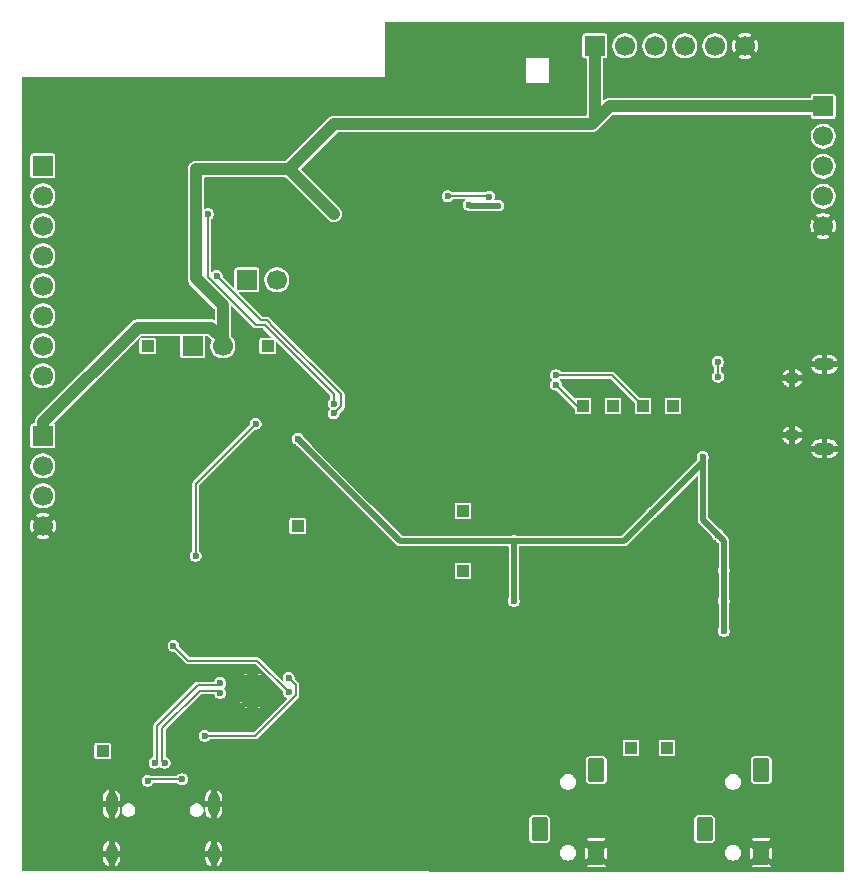
<source format=gbr>
%TF.GenerationSoftware,KiCad,Pcbnew,9.0.1*%
%TF.CreationDate,2025-05-21T12:09:37+01:00*%
%TF.ProjectId,FSC-BT631D-Breakout,4653432d-4254-4363-9331-442d42726561,rev?*%
%TF.SameCoordinates,Original*%
%TF.FileFunction,Copper,L2,Bot*%
%TF.FilePolarity,Positive*%
%FSLAX46Y46*%
G04 Gerber Fmt 4.6, Leading zero omitted, Abs format (unit mm)*
G04 Created by KiCad (PCBNEW 9.0.1) date 2025-05-21 12:09:37*
%MOMM*%
%LPD*%
G01*
G04 APERTURE LIST*
G04 Aperture macros list*
%AMRoundRect*
0 Rectangle with rounded corners*
0 $1 Rounding radius*
0 $2 $3 $4 $5 $6 $7 $8 $9 X,Y pos of 4 corners*
0 Add a 4 corners polygon primitive as box body*
4,1,4,$2,$3,$4,$5,$6,$7,$8,$9,$2,$3,0*
0 Add four circle primitives for the rounded corners*
1,1,$1+$1,$2,$3*
1,1,$1+$1,$4,$5*
1,1,$1+$1,$6,$7*
1,1,$1+$1,$8,$9*
0 Add four rect primitives between the rounded corners*
20,1,$1+$1,$2,$3,$4,$5,0*
20,1,$1+$1,$4,$5,$6,$7,0*
20,1,$1+$1,$6,$7,$8,$9,0*
20,1,$1+$1,$8,$9,$2,$3,0*%
G04 Aperture macros list end*
%TA.AperFunction,ComponentPad*%
%ADD10R,1.000000X1.000000*%
%TD*%
%TA.AperFunction,ComponentPad*%
%ADD11RoundRect,0.210000X0.490000X-0.790000X0.490000X0.790000X-0.490000X0.790000X-0.490000X-0.790000X0*%
%TD*%
%TA.AperFunction,ComponentPad*%
%ADD12O,0.950000X2.050000*%
%TD*%
%TA.AperFunction,ComponentPad*%
%ADD13O,0.950000X1.750000*%
%TD*%
%TA.AperFunction,ComponentPad*%
%ADD14O,1.800000X1.100000*%
%TD*%
%TA.AperFunction,ComponentPad*%
%ADD15O,1.250000X1.050000*%
%TD*%
%TA.AperFunction,ComponentPad*%
%ADD16R,1.700000X1.700000*%
%TD*%
%TA.AperFunction,ComponentPad*%
%ADD17C,1.700000*%
%TD*%
%TA.AperFunction,HeatsinkPad*%
%ADD18C,0.500000*%
%TD*%
%TA.AperFunction,HeatsinkPad*%
%ADD19R,1.650000X2.380000*%
%TD*%
%TA.AperFunction,ViaPad*%
%ADD20C,0.600000*%
%TD*%
%TA.AperFunction,Conductor*%
%ADD21C,0.500000*%
%TD*%
%TA.AperFunction,Conductor*%
%ADD22C,0.200000*%
%TD*%
%TA.AperFunction,Conductor*%
%ADD23C,1.000000*%
%TD*%
G04 APERTURE END LIST*
D10*
%TO.P,TP7,1,1*%
%TO.N,P0.14{slash}I2S_BCLK*%
X147320000Y-86360000D03*
%TD*%
%TO.P,TP13,1,1*%
%TO.N,P1.03{slash}I2C_SCL*%
X129540000Y-95250000D03*
%TD*%
%TO.P,TP14,1,1*%
%TO.N,P1.02{slash}I2C_SDA*%
X129540000Y-100330000D03*
%TD*%
%TO.P,TP9,1,1*%
%TO.N,P0.15{slash}I2S_DOUT*%
X142240000Y-86360000D03*
%TD*%
D11*
%TO.P,J4,G*%
%TO.N,GND*%
X154800000Y-124180000D03*
%TO.P,J4,S*%
%TO.N,HPL*%
X150000000Y-122180000D03*
%TO.P,J4,T*%
%TO.N,HPR*%
X154800000Y-117180000D03*
%TD*%
D10*
%TO.P,TP12,1,1*%
%TO.N,Net-(IC1-LOL)*%
X143764000Y-115316000D03*
%TD*%
D12*
%TO.P,J1,S1,SHIELD*%
%TO.N,GND*%
X99795000Y-120065000D03*
D13*
X99795000Y-124265000D03*
D12*
X108445000Y-120065000D03*
D13*
X108445000Y-124265000D03*
%TD*%
D14*
%TO.P,J5,6,Shield*%
%TO.N,GND*%
X160155000Y-89985000D03*
D15*
X157430000Y-88835000D03*
X157430000Y-83985000D03*
D14*
X160155000Y-82835000D03*
%TD*%
D10*
%TO.P,TP8,1,1*%
%TO.N,P0.16{slash}I2S_WS*%
X144780000Y-86360000D03*
%TD*%
D16*
%TO.P,J6,1,Pin_1*%
%TO.N,VDD*%
X160045000Y-60990000D03*
D17*
%TO.P,J6,2,Pin_2*%
%TO.N,SWDIO*%
X160045000Y-63530000D03*
%TO.P,J6,3,Pin_3*%
%TO.N,SWDCLK*%
X160045000Y-66070000D03*
%TO.P,J6,4,Pin_4*%
%TO.N,RESET*%
X160045000Y-68610000D03*
%TO.P,J6,5,Pin_5*%
%TO.N,GND*%
X160045000Y-71150000D03*
%TD*%
D10*
%TO.P,TP1,1,1*%
%TO.N,VBUS*%
X99040000Y-115570000D03*
%TD*%
D16*
%TO.P,J10,1,Pin_1*%
%TO.N,P0.27*%
X93980000Y-66040000D03*
D17*
%TO.P,J10,2,Pin_2*%
%TO.N,P0.26*%
X93980000Y-68580000D03*
%TO.P,J10,3,Pin_3*%
%TO.N,P0.25*%
X93980000Y-71120000D03*
%TO.P,J10,4,Pin_4*%
%TO.N,P0.24*%
X93980000Y-73660000D03*
%TO.P,J10,5,Pin_5*%
%TO.N,P0.23*%
X93980000Y-76200000D03*
%TO.P,J10,6,Pin_6*%
%TO.N,P0.07*%
X93980000Y-78740000D03*
%TO.P,J10,7,Pin_7*%
%TO.N,P0.06*%
X93980000Y-81280000D03*
%TO.P,J10,8,Pin_8*%
%TO.N,P0.22*%
X93980000Y-83820000D03*
%TD*%
D10*
%TO.P,TP6,1,1*%
%TO.N,VDD*%
X113010000Y-81280000D03*
%TD*%
%TO.P,TP4,1,1*%
%TO.N,/power/VOUT*%
X115550000Y-96520000D03*
%TD*%
D11*
%TO.P,J3,G*%
%TO.N,GND*%
X140830000Y-124180000D03*
%TO.P,J3,S*%
%TO.N,Net-(J3-PadS)*%
X136030000Y-122180000D03*
%TO.P,J3,T*%
%TO.N,Net-(J3-PadT)*%
X140830000Y-117180000D03*
%TD*%
D16*
%TO.P,J7,1,Pin_1*%
%TO.N,VDD*%
X140716000Y-55880000D03*
D17*
%TO.P,J7,2,Pin_2*%
%TO.N,P1.10{slash}UART_CTS*%
X143256000Y-55880000D03*
%TO.P,J7,3,Pin_3*%
%TO.N,P1.08{slash}UART_RXD*%
X145796000Y-55880000D03*
%TO.P,J7,4,Pin_4*%
%TO.N,P1.09{slash}UART_TXD*%
X148336000Y-55880000D03*
%TO.P,J7,5,Pin_5*%
%TO.N,P1.1{slash}UART_RTS*%
X150876000Y-55880000D03*
%TO.P,J7,6,Pin_6*%
%TO.N,GND*%
X153416000Y-55880000D03*
%TD*%
D10*
%TO.P,TP5,1,1*%
%TO.N,+3.3V*%
X102850000Y-81280000D03*
%TD*%
D16*
%TO.P,J8,1,Pin_1*%
%TO.N,VDD*%
X93980000Y-88900000D03*
D17*
%TO.P,J8,2,Pin_2*%
%TO.N,P1.02{slash}I2C_SDA*%
X93980000Y-91440000D03*
%TO.P,J8,3,Pin_3*%
%TO.N,P1.03{slash}I2C_SCL*%
X93980000Y-93980000D03*
%TO.P,J8,4,Pin_4*%
%TO.N,GND*%
X93980000Y-96520000D03*
%TD*%
D16*
%TO.P,J2,1,Pin_1*%
%TO.N,+3.3V*%
X106680000Y-81280000D03*
D17*
%TO.P,J2,2,Pin_2*%
%TO.N,VDD*%
X109220000Y-81280000D03*
%TD*%
D18*
%TO.P,U1,11,GND*%
%TO.N,GND*%
X111165000Y-109550000D03*
X111165000Y-110490000D03*
X111165000Y-111430000D03*
D19*
X111740000Y-110490000D03*
D18*
X112315000Y-109550000D03*
X112315000Y-110490000D03*
X112315000Y-111430000D03*
%TD*%
D10*
%TO.P,TP10,1,1*%
%TO.N,Net-(IC1-LOR)*%
X146814000Y-115316000D03*
%TD*%
D16*
%TO.P,J9,1,Pin_1*%
%TO.N,P0.03{slash}NFC2*%
X111252000Y-75692000D03*
D17*
%TO.P,J9,2,Pin_2*%
%TO.N,P0.02{slash}NFC1*%
X113792000Y-75692000D03*
%TD*%
D10*
%TO.P,TP11,1,1*%
%TO.N,P0.13{slash}I2S_DIN*%
X139700000Y-86360000D03*
%TD*%
D20*
%TO.N,GND*%
X133604000Y-60198000D03*
X134366000Y-60198000D03*
X135128000Y-60198000D03*
X135890000Y-60198000D03*
X136652000Y-60198000D03*
X145000000Y-77500000D03*
X147447000Y-99187000D03*
X160000000Y-92500000D03*
X160274000Y-54356000D03*
X125000000Y-115000000D03*
X127500000Y-57500000D03*
X100000000Y-70000000D03*
X152500000Y-70000000D03*
X142500000Y-122500000D03*
X124460000Y-57404000D03*
X161290000Y-56642000D03*
X132080000Y-54356000D03*
X125000000Y-120000000D03*
X120000000Y-92500000D03*
X130000000Y-90000000D03*
X157500000Y-80000000D03*
X155000000Y-67500000D03*
X127500000Y-72500000D03*
X152500000Y-67500000D03*
X137500000Y-92500000D03*
X119106000Y-104140000D03*
X130000000Y-115000000D03*
X160000000Y-80000000D03*
X157500000Y-120000000D03*
X150000000Y-70000000D03*
X145288000Y-102616000D03*
X157500000Y-115000000D03*
X98552000Y-58928000D03*
X130000000Y-92500000D03*
X113010000Y-93980000D03*
X97790000Y-58928000D03*
X132842000Y-54356000D03*
X100000000Y-65000000D03*
X160000000Y-102500000D03*
X137500000Y-77500000D03*
X96754000Y-101600000D03*
X145000000Y-112500000D03*
X119106000Y-100330000D03*
X119634000Y-70104000D03*
X155702000Y-54356000D03*
X140000000Y-95000000D03*
X147500000Y-75000000D03*
X147500000Y-112500000D03*
X119126000Y-58928000D03*
X125222000Y-54356000D03*
X142500000Y-72500000D03*
X127500000Y-60000000D03*
X102500000Y-60000000D03*
X100838000Y-58928000D03*
X130000000Y-125000000D03*
X155000000Y-75000000D03*
X130000000Y-117500000D03*
X145000000Y-122500000D03*
X127500000Y-122500000D03*
X130000000Y-107500000D03*
X132500000Y-75000000D03*
X160000000Y-122500000D03*
X115313000Y-58928000D03*
X125222000Y-57404000D03*
X96754000Y-111760000D03*
X119885000Y-58928000D03*
X105410000Y-58928000D03*
X160000000Y-112500000D03*
X143002000Y-107950000D03*
X115550000Y-93980000D03*
X116820000Y-87235000D03*
X143764000Y-98806000D03*
X130000000Y-105000000D03*
X157500000Y-112500000D03*
X155000000Y-107500000D03*
X125000000Y-105000000D03*
X135000000Y-67500000D03*
X135000000Y-77500000D03*
X117500000Y-95000000D03*
X155702000Y-105410000D03*
X145000000Y-72500000D03*
X120000000Y-95000000D03*
X152500000Y-90000000D03*
X125000000Y-70000000D03*
X137414000Y-54356000D03*
X152500000Y-80000000D03*
X160000000Y-115000000D03*
X97500000Y-65000000D03*
X122500000Y-92500000D03*
X97028000Y-58928000D03*
X127500000Y-75000000D03*
X125000000Y-125000000D03*
X142500000Y-125000000D03*
X157500000Y-72500000D03*
X145000000Y-80000000D03*
X160000000Y-100000000D03*
X132500000Y-80000000D03*
X132500000Y-125000000D03*
X130000000Y-87500000D03*
X157500000Y-67500000D03*
X137500000Y-67500000D03*
X125222000Y-55372000D03*
X100000000Y-60000000D03*
X160000000Y-77500000D03*
X125000000Y-122500000D03*
X104648000Y-58928000D03*
X146050000Y-100330000D03*
X122500000Y-87500000D03*
X110470000Y-93980000D03*
X116078000Y-58928000D03*
X161290000Y-55118000D03*
X131318000Y-54356000D03*
X112265000Y-58928000D03*
X97500000Y-72500000D03*
X143764000Y-102616000D03*
X127500000Y-92500000D03*
X132500000Y-67500000D03*
X127500000Y-102500000D03*
X121392000Y-113030000D03*
X124460000Y-65024000D03*
X122500000Y-97500000D03*
X135000000Y-82500000D03*
X114554000Y-58928000D03*
X128677500Y-61468000D03*
X101580000Y-87235000D03*
X140000000Y-80000000D03*
X133604000Y-54356000D03*
X147500000Y-70000000D03*
X120905000Y-83312000D03*
X113789000Y-58928000D03*
X93218000Y-58928000D03*
X147500000Y-122500000D03*
X119106000Y-102870000D03*
X127500000Y-110000000D03*
X117602000Y-58928000D03*
X111740000Y-93980000D03*
X161290000Y-55880000D03*
X135128000Y-54356000D03*
X99802000Y-118110000D03*
X140000000Y-75000000D03*
X122500000Y-70000000D03*
X127500000Y-120000000D03*
X109200000Y-118110000D03*
X97500000Y-67500000D03*
X120000000Y-90000000D03*
X97500000Y-60000000D03*
X160000000Y-75000000D03*
X144526000Y-102616000D03*
X136652000Y-54356000D03*
X96754000Y-106680000D03*
X96754000Y-109220000D03*
X160000000Y-95000000D03*
X127500000Y-87500000D03*
X108438000Y-118110000D03*
X155000000Y-110000000D03*
X127500000Y-125000000D03*
X137414000Y-60198000D03*
X124460000Y-54356000D03*
X99314000Y-58928000D03*
X125000000Y-102500000D03*
X104628000Y-110490000D03*
X127508000Y-54356000D03*
X95000000Y-62500000D03*
X135000000Y-115000000D03*
X102362000Y-58928000D03*
X137500000Y-80000000D03*
X155702000Y-102870000D03*
X130000000Y-122500000D03*
X127500000Y-115000000D03*
X107670000Y-118110000D03*
X132500000Y-87500000D03*
X157500000Y-77500000D03*
X147500000Y-67500000D03*
X142500000Y-75000000D03*
X97500000Y-70000000D03*
X160000000Y-107500000D03*
X160000000Y-105000000D03*
X125000000Y-117500000D03*
X155000000Y-90000000D03*
X130556000Y-54356000D03*
X132500000Y-120000000D03*
X132500000Y-112500000D03*
X160000000Y-125000000D03*
X155702000Y-92710000D03*
X140000000Y-72500000D03*
X132500000Y-90000000D03*
X127500000Y-80000000D03*
X152500000Y-72500000D03*
X95504000Y-58928000D03*
X119106000Y-99060000D03*
X125000000Y-72500000D03*
X144780000Y-107442000D03*
X135000000Y-92500000D03*
X138176000Y-60198000D03*
X140000000Y-67500000D03*
X110470000Y-95250000D03*
X142500000Y-112500000D03*
X160000000Y-117500000D03*
X135000000Y-90000000D03*
X159512000Y-54356000D03*
X135000000Y-112500000D03*
X150000000Y-67500000D03*
X117500000Y-97500000D03*
X127500000Y-90000000D03*
X155000000Y-72500000D03*
X146812000Y-98810000D03*
X97500000Y-62500000D03*
X102500000Y-62500000D03*
X103886000Y-58928000D03*
X150000000Y-72500000D03*
X138176000Y-54356000D03*
X132500000Y-92500000D03*
X127500000Y-105000000D03*
X125000000Y-87500000D03*
X146050000Y-98810000D03*
X132500000Y-115000000D03*
X137500000Y-87500000D03*
X157500000Y-107500000D03*
X121392000Y-107950000D03*
X132500000Y-82500000D03*
X125984000Y-54356000D03*
X125984000Y-57404000D03*
X137500000Y-82500000D03*
X99040000Y-118110000D03*
X132500000Y-77500000D03*
X118361000Y-58928000D03*
X155702000Y-100270000D03*
X119106000Y-101600000D03*
X157500000Y-110000000D03*
X155702000Y-95250000D03*
X157500000Y-57500000D03*
X137500000Y-90000000D03*
X125222000Y-65024000D03*
X155000000Y-77500000D03*
X147320000Y-107442000D03*
X147500000Y-125000000D03*
X120650000Y-58928000D03*
X129032000Y-54356000D03*
X92710000Y-60452000D03*
X125000000Y-110000000D03*
X127500000Y-77500000D03*
X132500000Y-72500000D03*
X130000000Y-110000000D03*
X101600000Y-58928000D03*
X103124000Y-58928000D03*
X135000000Y-125000000D03*
X157226000Y-54356000D03*
X134366000Y-54356000D03*
X125984000Y-55372000D03*
X126746000Y-54356000D03*
X95000000Y-60000000D03*
X160000000Y-97500000D03*
X135890000Y-54356000D03*
X119634000Y-70866000D03*
X130000000Y-72500000D03*
X130000000Y-102500000D03*
X145000000Y-75000000D03*
X130000000Y-112500000D03*
X130000000Y-77500000D03*
X145000000Y-120000000D03*
X135000000Y-80000000D03*
X130000000Y-75000000D03*
X137500000Y-72500000D03*
X160000000Y-110000000D03*
X133858000Y-107950000D03*
X156464000Y-54356000D03*
X113030000Y-58928000D03*
X109200000Y-93980000D03*
X96266000Y-58928000D03*
X146070000Y-97790000D03*
X92710000Y-61214000D03*
X142500000Y-77500000D03*
X120000000Y-97500000D03*
X119106000Y-105410000D03*
X145000000Y-125000000D03*
X100000000Y-72500000D03*
X123600000Y-83312000D03*
X143764000Y-99568000D03*
X129794000Y-54356000D03*
X100000000Y-67500000D03*
X128677500Y-58928000D03*
X116837000Y-58928000D03*
X135000000Y-87500000D03*
X158750000Y-54356000D03*
X152500000Y-107500000D03*
X142500000Y-120000000D03*
X114280000Y-93980000D03*
X106172000Y-58928000D03*
X130000000Y-80000000D03*
X150000000Y-80000000D03*
X96754000Y-104140000D03*
X145000000Y-117500000D03*
X127500000Y-117500000D03*
X161036000Y-54356000D03*
X127500000Y-70000000D03*
X157988000Y-54356000D03*
X125000000Y-90000000D03*
X124460000Y-55372000D03*
X145000000Y-67500000D03*
X135000000Y-75000000D03*
X96754000Y-99060000D03*
X122500000Y-95000000D03*
X128270000Y-54356000D03*
X94742000Y-58928000D03*
X152500000Y-110000000D03*
X157500000Y-125000000D03*
X130000000Y-120000000D03*
X100570000Y-118110000D03*
X142500000Y-117500000D03*
X92710000Y-59690000D03*
X93980000Y-58928000D03*
X135000000Y-120000000D03*
X150000000Y-77500000D03*
X130000000Y-82500000D03*
X157500000Y-75000000D03*
X100076000Y-58928000D03*
X152500000Y-75000000D03*
X142500000Y-67500000D03*
X147500000Y-77500000D03*
X100000000Y-62500000D03*
X121412000Y-58928000D03*
X160000000Y-120000000D03*
%TO.N,+3.3V*%
X151638000Y-100270000D03*
X133858000Y-97790000D03*
X151130000Y-97282000D03*
X151638000Y-102870000D03*
X149860000Y-90678000D03*
X106914000Y-99060000D03*
X145542000Y-95412000D03*
X111994000Y-87884000D03*
X133858000Y-102870000D03*
X151638000Y-105410000D03*
X115570000Y-89154000D03*
%TO.N,/power/D+*%
X108985000Y-109815000D03*
X103441000Y-116586000D03*
%TO.N,/power/D-*%
X108985000Y-110665000D03*
X104291000Y-116586000D03*
%TO.N,/power/CC1*%
X102850000Y-118110000D03*
X105759782Y-117954689D03*
%TO.N,/power/VSET*%
X114788000Y-110590000D03*
X105032500Y-106680000D03*
%TO.N,P0.13{slash}I2S_DIN*%
X137414000Y-84558000D03*
%TO.N,P0.16{slash}I2S_WS*%
X137414000Y-83757997D03*
%TO.N,P1.03{slash}I2C_SCL*%
X118618000Y-86159000D03*
X107950000Y-70104000D03*
%TO.N,P1.02{slash}I2C_SDA*%
X118593737Y-86983266D03*
X108691715Y-75331185D03*
%TO.N,VDD*%
X118618000Y-70104000D03*
X106934000Y-66309000D03*
%TO.N,RESET*%
X131774364Y-68631636D03*
X128247669Y-68602331D03*
%TO.N,+5V*%
X132536364Y-69393636D03*
X130048000Y-69342000D03*
%TO.N,/module/USB_D-*%
X151139412Y-83883001D03*
X151130000Y-82633000D03*
%TO.N,Net-(U1-GATE)*%
X107676000Y-114300000D03*
X114788000Y-109390000D03*
%TD*%
D21*
%TO.N,+3.3V*%
X133858000Y-97790000D02*
X143164000Y-97790000D01*
X149860000Y-90678000D02*
X149860000Y-91094000D01*
D22*
X106914000Y-92964000D02*
X106914000Y-99060000D01*
D21*
X149860000Y-90678000D02*
X149860000Y-96012000D01*
X133858000Y-97790000D02*
X124206000Y-97790000D01*
X149860000Y-91094000D02*
X145542000Y-95412000D01*
X151638000Y-105410000D02*
X151638000Y-97790000D01*
X151638000Y-97790000D02*
X151130000Y-97282000D01*
D22*
X111994000Y-87884000D02*
X106914000Y-92964000D01*
D21*
X124206000Y-97790000D02*
X115570000Y-89154000D01*
X133858000Y-102870000D02*
X133858000Y-97790000D01*
X149860000Y-96012000D02*
X151130000Y-97282000D01*
X143164000Y-97790000D02*
X145542000Y-95412000D01*
D22*
%TO.N,/power/D+*%
X107070803Y-110014999D02*
X103640999Y-113444803D01*
X108785001Y-110014999D02*
X107070803Y-110014999D01*
X103640999Y-113444803D02*
X103640999Y-116386001D01*
X108985000Y-109815000D02*
X108785001Y-110014999D01*
X103640999Y-116386001D02*
X103441000Y-116586000D01*
%TO.N,/power/D-*%
X104091001Y-116386001D02*
X104291000Y-116586000D01*
X104091001Y-113631197D02*
X104091001Y-116386001D01*
X108785001Y-110465001D02*
X107257197Y-110465001D01*
X108985000Y-110665000D02*
X108785001Y-110465001D01*
X107257197Y-110465001D02*
X104091001Y-113631197D01*
%TO.N,/power/CC1*%
X105759782Y-117954689D02*
X103005311Y-117954689D01*
X103005311Y-117954689D02*
X102850000Y-118110000D01*
%TO.N,/power/VSET*%
X106302500Y-107950000D02*
X112148000Y-107950000D01*
X105032500Y-106680000D02*
X106302500Y-107950000D01*
X112148000Y-107950000D02*
X114788000Y-110590000D01*
%TO.N,P0.13{slash}I2S_DIN*%
X139216000Y-86360000D02*
X139700000Y-86360000D01*
X137414000Y-84558000D02*
X139216000Y-86360000D01*
%TO.N,P0.16{slash}I2S_WS*%
X142177997Y-83757997D02*
X144780000Y-86360000D01*
X137414000Y-83757997D02*
X142177997Y-83757997D01*
%TO.N,P1.03{slash}I2C_SCL*%
X112760000Y-79502000D02*
X118618000Y-85360000D01*
X107950000Y-70104000D02*
X107950000Y-75438000D01*
X112014000Y-79502000D02*
X112760000Y-79502000D01*
X118618000Y-85360000D02*
X118618000Y-86159000D01*
X107950000Y-75438000D02*
X112014000Y-79502000D01*
%TO.N,P1.02{slash}I2C_SDA*%
X119219000Y-85393900D02*
X118512550Y-84687450D01*
X118512550Y-84687450D02*
X113559550Y-79734450D01*
X119219000Y-86407943D02*
X119219000Y-85393900D01*
X108691715Y-75331185D02*
X112451980Y-79091450D01*
X112451980Y-79091450D02*
X112916550Y-79091450D01*
X118643677Y-86983266D02*
X119219000Y-86407943D01*
X113559550Y-79734450D02*
X112916550Y-79091450D01*
X118593737Y-86983266D02*
X118643677Y-86983266D01*
D23*
%TO.N,VDD*%
X114823000Y-66309000D02*
X118648000Y-62484000D01*
X114823000Y-66309000D02*
X118618000Y-70104000D01*
X93980000Y-87748000D02*
X93980000Y-88900000D01*
X141956000Y-60990000D02*
X140716000Y-62230000D01*
X108231000Y-79729000D02*
X101999000Y-79729000D01*
X160045000Y-60990000D02*
X141956000Y-60990000D01*
X106934000Y-75554786D02*
X109220000Y-77840786D01*
X109220000Y-80718000D02*
X108231000Y-79729000D01*
X109220000Y-77840786D02*
X109220000Y-81280000D01*
X140716000Y-62230000D02*
X140716000Y-55880000D01*
X109220000Y-81280000D02*
X109220000Y-80718000D01*
X106934000Y-66309000D02*
X114823000Y-66309000D01*
X106934000Y-66309000D02*
X106934000Y-75554786D01*
X118648000Y-62484000D02*
X140462000Y-62484000D01*
X101999000Y-79729000D02*
X93980000Y-87748000D01*
X140462000Y-62484000D02*
X140716000Y-62230000D01*
D22*
%TO.N,RESET*%
X128270000Y-68580000D02*
X131722728Y-68580000D01*
X128247669Y-68602331D02*
X128270000Y-68580000D01*
X131722728Y-68580000D02*
X131774364Y-68631636D01*
D21*
%TO.N,+5V*%
X130099636Y-69393636D02*
X130048000Y-69342000D01*
X132536364Y-69393636D02*
X130099636Y-69393636D01*
D22*
%TO.N,/module/USB_D-*%
X151130000Y-82633000D02*
X151130000Y-83873589D01*
X151130000Y-83873589D02*
X151139412Y-83883001D01*
%TO.N,Net-(U1-GATE)*%
X114788000Y-109390000D02*
X115389000Y-109991000D01*
X115389000Y-109991000D02*
X115389000Y-110838943D01*
X115389000Y-110838943D02*
X111927943Y-114300000D01*
X111927943Y-114300000D02*
X107676000Y-114300000D01*
%TD*%
%TA.AperFunction,Conductor*%
%TO.N,GND*%
G36*
X161791148Y-53854852D02*
G01*
X161805500Y-53889500D01*
X161805500Y-125732405D01*
X161791148Y-125767053D01*
X161756500Y-125781405D01*
X161756469Y-125781405D01*
X92243469Y-125737843D01*
X92208830Y-125723470D01*
X92194500Y-125688843D01*
X92194500Y-123793597D01*
X99070000Y-123793597D01*
X99070000Y-124015000D01*
X99470000Y-124015000D01*
X99470000Y-124515000D01*
X99070000Y-124515000D01*
X99070000Y-124736402D01*
X99097860Y-124876472D01*
X99097863Y-124876482D01*
X99152510Y-125008410D01*
X99231855Y-125127160D01*
X99332839Y-125228144D01*
X99451587Y-125307488D01*
X99544999Y-125346181D01*
X99545000Y-125346181D01*
X99545000Y-124887368D01*
X99595446Y-124937814D01*
X99669555Y-124980601D01*
X99752213Y-125002750D01*
X99837787Y-125002750D01*
X99920445Y-124980601D01*
X99994554Y-124937814D01*
X100045000Y-124887368D01*
X100045000Y-125346181D01*
X100138412Y-125307488D01*
X100257160Y-125228144D01*
X100358144Y-125127160D01*
X100437489Y-125008410D01*
X100492136Y-124876482D01*
X100492139Y-124876472D01*
X100520000Y-124736402D01*
X100520000Y-124515000D01*
X100120000Y-124515000D01*
X100120000Y-124015000D01*
X100520000Y-124015000D01*
X100520000Y-123793597D01*
X107720000Y-123793597D01*
X107720000Y-124015000D01*
X108120000Y-124015000D01*
X108120000Y-124515000D01*
X107720000Y-124515000D01*
X107720000Y-124736402D01*
X107747860Y-124876472D01*
X107747863Y-124876482D01*
X107802510Y-125008410D01*
X107881855Y-125127160D01*
X107982839Y-125228144D01*
X108101587Y-125307488D01*
X108194999Y-125346181D01*
X108195000Y-125346181D01*
X108195000Y-124887368D01*
X108245446Y-124937814D01*
X108319555Y-124980601D01*
X108402213Y-125002750D01*
X108487787Y-125002750D01*
X108570445Y-124980601D01*
X108644554Y-124937814D01*
X108695000Y-124887368D01*
X108695000Y-125346181D01*
X108788412Y-125307488D01*
X108856212Y-125262187D01*
X108907160Y-125228144D01*
X109008144Y-125127160D01*
X109087489Y-125008410D01*
X109142136Y-124876482D01*
X109142139Y-124876472D01*
X109170000Y-124736402D01*
X109170000Y-124515000D01*
X108770000Y-124515000D01*
X108770000Y-124113465D01*
X137754500Y-124113465D01*
X137754500Y-124246534D01*
X137780457Y-124377028D01*
X137780459Y-124377035D01*
X137831378Y-124499965D01*
X137831380Y-124499969D01*
X137905305Y-124610606D01*
X137999394Y-124704695D01*
X138110031Y-124778620D01*
X138113363Y-124780000D01*
X138232964Y-124829540D01*
X138232971Y-124829542D01*
X138330624Y-124848966D01*
X138363469Y-124855500D01*
X138496531Y-124855500D01*
X138561346Y-124842606D01*
X138627028Y-124829542D01*
X138627032Y-124829540D01*
X138627036Y-124829540D01*
X138749969Y-124778620D01*
X138753221Y-124776447D01*
X139880000Y-124776447D01*
X140476448Y-124180000D01*
X139880000Y-123583552D01*
X139880000Y-124776447D01*
X138753221Y-124776447D01*
X138860606Y-124704695D01*
X138954695Y-124610606D01*
X139028620Y-124499969D01*
X139079540Y-124377036D01*
X139105500Y-124246531D01*
X139105500Y-124113469D01*
X139085913Y-124015000D01*
X139079542Y-123982971D01*
X139079540Y-123982964D01*
X139028621Y-123860034D01*
X139028620Y-123860031D01*
X138954695Y-123749394D01*
X138860606Y-123655305D01*
X138857930Y-123653517D01*
X138778500Y-123600444D01*
X138749969Y-123581380D01*
X138749966Y-123581378D01*
X138749965Y-123581378D01*
X138627035Y-123530459D01*
X138627028Y-123530457D01*
X138496534Y-123504500D01*
X138496531Y-123504500D01*
X138363469Y-123504500D01*
X138363465Y-123504500D01*
X138232971Y-123530457D01*
X138232964Y-123530459D01*
X138110034Y-123581378D01*
X137999394Y-123655304D01*
X137905304Y-123749394D01*
X137831378Y-123860034D01*
X137780459Y-123982964D01*
X137780457Y-123982971D01*
X137754500Y-124113465D01*
X108770000Y-124113465D01*
X108770000Y-124015000D01*
X109170000Y-124015000D01*
X109170000Y-123793597D01*
X109142139Y-123653527D01*
X109142136Y-123653517D01*
X109087489Y-123521589D01*
X109008144Y-123402839D01*
X108907160Y-123301855D01*
X108788415Y-123222512D01*
X108695000Y-123183818D01*
X108695000Y-123642632D01*
X108644554Y-123592186D01*
X108570445Y-123549399D01*
X108487787Y-123527250D01*
X108402213Y-123527250D01*
X108319555Y-123549399D01*
X108245446Y-123592186D01*
X108195000Y-123642632D01*
X108195000Y-123183818D01*
X108101584Y-123222512D01*
X107982839Y-123301855D01*
X107881855Y-123402839D01*
X107802510Y-123521589D01*
X107747863Y-123653517D01*
X107747860Y-123653527D01*
X107720000Y-123793597D01*
X100520000Y-123793597D01*
X100492139Y-123653527D01*
X100492136Y-123653517D01*
X100437489Y-123521589D01*
X100358144Y-123402839D01*
X100257160Y-123301855D01*
X100138415Y-123222512D01*
X100045000Y-123183818D01*
X100045000Y-123642632D01*
X99994554Y-123592186D01*
X99920445Y-123549399D01*
X99837787Y-123527250D01*
X99752213Y-123527250D01*
X99669555Y-123549399D01*
X99595446Y-123592186D01*
X99545000Y-123642632D01*
X99545000Y-123183818D01*
X99451584Y-123222512D01*
X99332839Y-123301855D01*
X99231855Y-123402839D01*
X99152510Y-123521589D01*
X99097863Y-123653517D01*
X99097860Y-123653527D01*
X99070000Y-123793597D01*
X92194500Y-123793597D01*
X92194500Y-121357694D01*
X135129500Y-121357694D01*
X135129500Y-123002304D01*
X135144724Y-123098433D01*
X135203754Y-123214287D01*
X135203759Y-123214294D01*
X135295705Y-123306240D01*
X135295712Y-123306245D01*
X135411563Y-123365273D01*
X135411567Y-123365275D01*
X135507693Y-123380500D01*
X136552306Y-123380499D01*
X136648433Y-123365275D01*
X136648437Y-123365273D01*
X136764287Y-123306245D01*
X136764289Y-123306243D01*
X136764294Y-123306241D01*
X136856241Y-123214294D01*
X136915275Y-123098433D01*
X136924797Y-123038316D01*
X140041867Y-123038316D01*
X140644643Y-123641092D01*
X140589940Y-123695795D01*
X140550444Y-123764204D01*
X140530000Y-123840504D01*
X140530000Y-124519496D01*
X140550444Y-124595796D01*
X140589940Y-124664205D01*
X140644643Y-124718908D01*
X140041867Y-125321682D01*
X140041868Y-125321683D01*
X140122626Y-125381285D01*
X140253512Y-125427085D01*
X140253521Y-125427086D01*
X140284578Y-125429998D01*
X140284600Y-125430000D01*
X141375400Y-125430000D01*
X141375421Y-125429998D01*
X141406478Y-125427086D01*
X141406487Y-125427085D01*
X141537373Y-125381285D01*
X141618130Y-125321683D01*
X141618131Y-125321682D01*
X141015356Y-124718908D01*
X141070060Y-124664205D01*
X141109556Y-124595796D01*
X141130000Y-124519496D01*
X141130000Y-124180000D01*
X141183552Y-124180000D01*
X141780000Y-124776448D01*
X141780000Y-124113465D01*
X151724500Y-124113465D01*
X151724500Y-124246534D01*
X151750457Y-124377028D01*
X151750459Y-124377035D01*
X151801378Y-124499965D01*
X151801380Y-124499969D01*
X151875305Y-124610606D01*
X151969394Y-124704695D01*
X152080031Y-124778620D01*
X152083363Y-124780000D01*
X152202964Y-124829540D01*
X152202971Y-124829542D01*
X152300624Y-124848966D01*
X152333469Y-124855500D01*
X152466531Y-124855500D01*
X152531346Y-124842606D01*
X152597028Y-124829542D01*
X152597032Y-124829540D01*
X152597036Y-124829540D01*
X152719969Y-124778620D01*
X152723221Y-124776447D01*
X153850000Y-124776447D01*
X154446448Y-124180000D01*
X153850000Y-123583552D01*
X153850000Y-124776447D01*
X152723221Y-124776447D01*
X152830606Y-124704695D01*
X152924695Y-124610606D01*
X152998620Y-124499969D01*
X153049540Y-124377036D01*
X153075500Y-124246531D01*
X153075500Y-124113469D01*
X153055913Y-124015000D01*
X153049542Y-123982971D01*
X153049540Y-123982964D01*
X152998621Y-123860034D01*
X152998620Y-123860031D01*
X152924695Y-123749394D01*
X152830606Y-123655305D01*
X152827930Y-123653517D01*
X152748500Y-123600444D01*
X152719969Y-123581380D01*
X152719966Y-123581378D01*
X152719965Y-123581378D01*
X152597035Y-123530459D01*
X152597028Y-123530457D01*
X152466534Y-123504500D01*
X152466531Y-123504500D01*
X152333469Y-123504500D01*
X152333465Y-123504500D01*
X152202971Y-123530457D01*
X152202964Y-123530459D01*
X152080034Y-123581378D01*
X151969394Y-123655304D01*
X151875304Y-123749394D01*
X151801378Y-123860034D01*
X151750459Y-123982964D01*
X151750457Y-123982971D01*
X151724500Y-124113465D01*
X141780000Y-124113465D01*
X141780000Y-123583552D01*
X141183552Y-124180000D01*
X141130000Y-124180000D01*
X141130000Y-123840504D01*
X141109556Y-123764204D01*
X141070060Y-123695795D01*
X141015356Y-123641091D01*
X141618131Y-123038316D01*
X141618130Y-123038315D01*
X141537374Y-122978714D01*
X141537365Y-122978710D01*
X141406490Y-122932915D01*
X141406478Y-122932913D01*
X141375421Y-122930001D01*
X141375400Y-122930000D01*
X140284600Y-122930000D01*
X140284578Y-122930001D01*
X140253521Y-122932913D01*
X140253509Y-122932915D01*
X140122634Y-122978710D01*
X140041867Y-123038316D01*
X136924797Y-123038316D01*
X136930500Y-123002307D01*
X136930499Y-121357694D01*
X149099500Y-121357694D01*
X149099500Y-123002304D01*
X149114724Y-123098433D01*
X149173754Y-123214287D01*
X149173759Y-123214294D01*
X149265705Y-123306240D01*
X149265712Y-123306245D01*
X149381563Y-123365273D01*
X149381567Y-123365275D01*
X149477693Y-123380500D01*
X150522306Y-123380499D01*
X150618433Y-123365275D01*
X150618437Y-123365273D01*
X150734287Y-123306245D01*
X150734289Y-123306243D01*
X150734294Y-123306241D01*
X150826241Y-123214294D01*
X150885275Y-123098433D01*
X150894797Y-123038316D01*
X154011867Y-123038316D01*
X154614643Y-123641092D01*
X154559940Y-123695795D01*
X154520444Y-123764204D01*
X154500000Y-123840504D01*
X154500000Y-124519496D01*
X154520444Y-124595796D01*
X154559940Y-124664205D01*
X154614643Y-124718908D01*
X154011867Y-125321682D01*
X154011868Y-125321683D01*
X154092626Y-125381285D01*
X154223512Y-125427085D01*
X154223521Y-125427086D01*
X154254578Y-125429998D01*
X154254600Y-125430000D01*
X155345400Y-125430000D01*
X155345421Y-125429998D01*
X155376478Y-125427086D01*
X155376487Y-125427085D01*
X155507373Y-125381285D01*
X155588130Y-125321683D01*
X155588131Y-125321682D01*
X154985356Y-124718908D01*
X155040060Y-124664205D01*
X155079556Y-124595796D01*
X155100000Y-124519496D01*
X155100000Y-124180000D01*
X155153552Y-124180000D01*
X155750000Y-124776448D01*
X155750000Y-123583552D01*
X155153552Y-124180000D01*
X155100000Y-124180000D01*
X155100000Y-123840504D01*
X155079556Y-123764204D01*
X155040060Y-123695795D01*
X154985356Y-123641091D01*
X155588131Y-123038316D01*
X155588130Y-123038315D01*
X155507374Y-122978714D01*
X155507365Y-122978710D01*
X155376490Y-122932915D01*
X155376478Y-122932913D01*
X155345421Y-122930001D01*
X155345400Y-122930000D01*
X154254600Y-122930000D01*
X154254578Y-122930001D01*
X154223521Y-122932913D01*
X154223509Y-122932915D01*
X154092634Y-122978710D01*
X154011867Y-123038316D01*
X150894797Y-123038316D01*
X150900500Y-123002307D01*
X150900499Y-121357694D01*
X150885275Y-121261567D01*
X150885275Y-121261566D01*
X150826245Y-121145712D01*
X150826240Y-121145705D01*
X150734294Y-121053759D01*
X150734287Y-121053754D01*
X150618436Y-120994726D01*
X150618434Y-120994725D01*
X150618433Y-120994725D01*
X150522307Y-120979500D01*
X150522305Y-120979500D01*
X149477695Y-120979500D01*
X149381566Y-120994724D01*
X149265712Y-121053754D01*
X149265705Y-121053759D01*
X149173759Y-121145705D01*
X149173754Y-121145712D01*
X149114726Y-121261563D01*
X149099500Y-121357694D01*
X136930499Y-121357694D01*
X136915275Y-121261567D01*
X136915275Y-121261566D01*
X136856245Y-121145712D01*
X136856240Y-121145705D01*
X136764294Y-121053759D01*
X136764287Y-121053754D01*
X136648436Y-120994726D01*
X136648434Y-120994725D01*
X136648433Y-120994725D01*
X136552307Y-120979500D01*
X136552305Y-120979500D01*
X135507695Y-120979500D01*
X135411566Y-120994724D01*
X135295712Y-121053754D01*
X135295705Y-121053759D01*
X135203759Y-121145705D01*
X135203754Y-121145712D01*
X135144726Y-121261563D01*
X135129500Y-121357694D01*
X92194500Y-121357694D01*
X92194500Y-119443597D01*
X99070000Y-119443597D01*
X99070000Y-119815000D01*
X99470000Y-119815000D01*
X99470000Y-120315000D01*
X99070000Y-120315000D01*
X99070000Y-120686402D01*
X99097860Y-120826472D01*
X99097863Y-120826482D01*
X99152510Y-120958410D01*
X99231855Y-121077160D01*
X99332839Y-121178144D01*
X99451587Y-121257488D01*
X99544999Y-121296181D01*
X99545000Y-121296181D01*
X99545000Y-120837368D01*
X99595446Y-120887814D01*
X99669555Y-120930601D01*
X99752213Y-120952750D01*
X99837787Y-120952750D01*
X99920445Y-120930601D01*
X99994554Y-120887814D01*
X100045000Y-120837368D01*
X100045000Y-121296181D01*
X100138412Y-121257488D01*
X100257160Y-121178144D01*
X100358144Y-121077160D01*
X100437489Y-120958410D01*
X100492136Y-120826482D01*
X100492139Y-120826472D01*
X100520000Y-120686402D01*
X100520000Y-120509230D01*
X100654500Y-120509230D01*
X100654500Y-120660769D01*
X100693718Y-120807133D01*
X100693719Y-120807137D01*
X100740299Y-120887814D01*
X100769485Y-120938365D01*
X100876635Y-121045515D01*
X100890914Y-121053759D01*
X101007862Y-121121280D01*
X101007864Y-121121280D01*
X101007865Y-121121281D01*
X101099044Y-121145712D01*
X101154230Y-121160499D01*
X101154231Y-121160500D01*
X101154234Y-121160500D01*
X101305769Y-121160500D01*
X101305769Y-121160499D01*
X101452135Y-121121281D01*
X101583365Y-121045515D01*
X101690515Y-120938365D01*
X101766281Y-120807135D01*
X101805499Y-120660769D01*
X101805500Y-120660769D01*
X101805500Y-120509231D01*
X101805499Y-120509230D01*
X106434500Y-120509230D01*
X106434500Y-120660769D01*
X106473718Y-120807133D01*
X106473719Y-120807137D01*
X106520299Y-120887814D01*
X106549485Y-120938365D01*
X106656635Y-121045515D01*
X106670914Y-121053759D01*
X106787862Y-121121280D01*
X106787864Y-121121280D01*
X106787865Y-121121281D01*
X106879044Y-121145712D01*
X106934230Y-121160499D01*
X106934231Y-121160500D01*
X106934234Y-121160500D01*
X107085769Y-121160500D01*
X107085769Y-121160499D01*
X107232135Y-121121281D01*
X107363365Y-121045515D01*
X107470515Y-120938365D01*
X107546281Y-120807135D01*
X107585499Y-120660769D01*
X107585500Y-120660769D01*
X107585500Y-120509231D01*
X107585499Y-120509230D01*
X107546281Y-120362866D01*
X107546280Y-120362863D01*
X107521073Y-120319204D01*
X107470514Y-120231634D01*
X107363365Y-120124485D01*
X107232137Y-120048719D01*
X107232133Y-120048718D01*
X107085769Y-120009500D01*
X107085766Y-120009500D01*
X106934234Y-120009500D01*
X106934231Y-120009500D01*
X106787866Y-120048718D01*
X106787862Y-120048719D01*
X106656634Y-120124485D01*
X106656634Y-120124486D01*
X106549486Y-120231634D01*
X106549485Y-120231634D01*
X106473719Y-120362862D01*
X106473718Y-120362866D01*
X106434500Y-120509230D01*
X101805499Y-120509230D01*
X101766281Y-120362866D01*
X101766280Y-120362862D01*
X101690514Y-120231634D01*
X101583365Y-120124485D01*
X101452137Y-120048719D01*
X101452133Y-120048718D01*
X101305769Y-120009500D01*
X101305766Y-120009500D01*
X101154234Y-120009500D01*
X101154231Y-120009500D01*
X101007866Y-120048718D01*
X101007862Y-120048719D01*
X100876634Y-120124485D01*
X100876634Y-120124486D01*
X100769486Y-120231634D01*
X100769485Y-120231634D01*
X100693719Y-120362862D01*
X100693718Y-120362866D01*
X100654500Y-120509230D01*
X100520000Y-120509230D01*
X100520000Y-120315000D01*
X100120000Y-120315000D01*
X100120000Y-119815000D01*
X100520000Y-119815000D01*
X100520000Y-119443597D01*
X107720000Y-119443597D01*
X107720000Y-119815000D01*
X108120000Y-119815000D01*
X108120000Y-120315000D01*
X107720000Y-120315000D01*
X107720000Y-120686402D01*
X107747860Y-120826472D01*
X107747863Y-120826482D01*
X107802510Y-120958410D01*
X107881855Y-121077160D01*
X107982839Y-121178144D01*
X108101587Y-121257488D01*
X108194999Y-121296181D01*
X108195000Y-121296181D01*
X108195000Y-120837368D01*
X108245446Y-120887814D01*
X108319555Y-120930601D01*
X108402213Y-120952750D01*
X108487787Y-120952750D01*
X108570445Y-120930601D01*
X108644554Y-120887814D01*
X108695000Y-120837368D01*
X108695000Y-121296181D01*
X108788412Y-121257488D01*
X108907160Y-121178144D01*
X109008144Y-121077160D01*
X109087489Y-120958410D01*
X109142136Y-120826482D01*
X109142139Y-120826472D01*
X109170000Y-120686402D01*
X109170000Y-120315000D01*
X108770000Y-120315000D01*
X108770000Y-119815000D01*
X109170000Y-119815000D01*
X109170000Y-119443597D01*
X109142139Y-119303527D01*
X109142136Y-119303517D01*
X109087489Y-119171589D01*
X109008144Y-119052839D01*
X108907160Y-118951855D01*
X108788415Y-118872512D01*
X108695000Y-118833818D01*
X108695000Y-119292632D01*
X108644554Y-119242186D01*
X108570445Y-119199399D01*
X108487787Y-119177250D01*
X108402213Y-119177250D01*
X108319555Y-119199399D01*
X108245446Y-119242186D01*
X108195000Y-119292632D01*
X108195000Y-118833818D01*
X108101584Y-118872512D01*
X107982839Y-118951855D01*
X107881855Y-119052839D01*
X107802510Y-119171589D01*
X107747863Y-119303517D01*
X107747860Y-119303527D01*
X107720000Y-119443597D01*
X100520000Y-119443597D01*
X100492139Y-119303527D01*
X100492136Y-119303517D01*
X100437489Y-119171589D01*
X100358144Y-119052839D01*
X100257160Y-118951855D01*
X100138415Y-118872512D01*
X100045000Y-118833818D01*
X100045000Y-119292632D01*
X99994554Y-119242186D01*
X99920445Y-119199399D01*
X99837787Y-119177250D01*
X99752213Y-119177250D01*
X99669555Y-119199399D01*
X99595446Y-119242186D01*
X99545000Y-119292632D01*
X99545000Y-118833818D01*
X99451584Y-118872512D01*
X99332839Y-118951855D01*
X99231855Y-119052839D01*
X99152510Y-119171589D01*
X99097863Y-119303517D01*
X99097860Y-119303527D01*
X99070000Y-119443597D01*
X92194500Y-119443597D01*
X92194500Y-118044104D01*
X102349500Y-118044104D01*
X102349500Y-118175895D01*
X102383607Y-118303184D01*
X102383608Y-118303188D01*
X102428245Y-118380500D01*
X102449500Y-118417314D01*
X102542686Y-118510500D01*
X102584457Y-118534617D01*
X102656811Y-118576391D01*
X102656813Y-118576391D01*
X102656814Y-118576392D01*
X102757207Y-118603292D01*
X102784104Y-118610499D01*
X102784105Y-118610500D01*
X102784108Y-118610500D01*
X102915895Y-118610500D01*
X102915895Y-118610499D01*
X103043186Y-118576392D01*
X103157314Y-118510500D01*
X103250500Y-118417314D01*
X103316392Y-118303186D01*
X103319522Y-118291506D01*
X103342352Y-118261753D01*
X103366852Y-118255189D01*
X105332172Y-118255189D01*
X105366820Y-118269541D01*
X105452468Y-118355189D01*
X105490294Y-118377028D01*
X105566593Y-118421080D01*
X105566595Y-118421080D01*
X105566596Y-118421081D01*
X105666989Y-118447981D01*
X105693886Y-118455188D01*
X105693887Y-118455189D01*
X105693890Y-118455189D01*
X105825677Y-118455189D01*
X105825677Y-118455188D01*
X105952968Y-118421081D01*
X106067096Y-118355189D01*
X106160282Y-118262003D01*
X106226174Y-118147875D01*
X106235394Y-118113465D01*
X137754500Y-118113465D01*
X137754500Y-118246534D01*
X137780457Y-118377028D01*
X137780459Y-118377035D01*
X137831378Y-118499965D01*
X137831380Y-118499969D01*
X137838416Y-118510499D01*
X137905233Y-118610499D01*
X137905305Y-118610606D01*
X137999394Y-118704695D01*
X138110031Y-118778620D01*
X138232964Y-118829540D01*
X138232971Y-118829542D01*
X138330624Y-118848966D01*
X138363469Y-118855500D01*
X138496531Y-118855500D01*
X138561346Y-118842606D01*
X138627028Y-118829542D01*
X138627032Y-118829540D01*
X138627036Y-118829540D01*
X138749969Y-118778620D01*
X138860606Y-118704695D01*
X138954695Y-118610606D01*
X139028620Y-118499969D01*
X139079540Y-118377036D01*
X139081880Y-118365275D01*
X139093622Y-118306245D01*
X139105500Y-118246531D01*
X139105500Y-118113469D01*
X139091702Y-118044104D01*
X139079542Y-117982971D01*
X139079540Y-117982964D01*
X139028621Y-117860034D01*
X139028620Y-117860031D01*
X138954695Y-117749394D01*
X138860606Y-117655305D01*
X138848736Y-117647374D01*
X138824057Y-117630884D01*
X138749969Y-117581380D01*
X138749966Y-117581378D01*
X138749965Y-117581378D01*
X138627035Y-117530459D01*
X138627028Y-117530457D01*
X138496534Y-117504500D01*
X138496531Y-117504500D01*
X138363469Y-117504500D01*
X138363465Y-117504500D01*
X138232971Y-117530457D01*
X138232964Y-117530459D01*
X138110034Y-117581378D01*
X137999394Y-117655304D01*
X137905304Y-117749394D01*
X137831378Y-117860034D01*
X137780459Y-117982964D01*
X137780457Y-117982971D01*
X137754500Y-118113465D01*
X106235394Y-118113465D01*
X106253979Y-118044104D01*
X106260282Y-118020583D01*
X106260282Y-117888794D01*
X106260281Y-117888793D01*
X106237209Y-117802686D01*
X106226174Y-117761503D01*
X106226173Y-117761502D01*
X106226173Y-117761500D01*
X106164860Y-117655305D01*
X106160282Y-117647375D01*
X106067096Y-117554189D01*
X105952970Y-117488297D01*
X105952966Y-117488296D01*
X105825677Y-117454189D01*
X105825674Y-117454189D01*
X105693890Y-117454189D01*
X105693887Y-117454189D01*
X105566597Y-117488296D01*
X105566593Y-117488297D01*
X105452467Y-117554189D01*
X105452467Y-117554190D01*
X105366820Y-117639837D01*
X105332172Y-117654189D01*
X103074642Y-117654189D01*
X103050144Y-117647625D01*
X103043186Y-117643608D01*
X103043183Y-117643607D01*
X103043181Y-117643606D01*
X102915895Y-117609500D01*
X102915892Y-117609500D01*
X102784108Y-117609500D01*
X102784105Y-117609500D01*
X102656815Y-117643607D01*
X102656811Y-117643608D01*
X102542685Y-117709500D01*
X102542685Y-117709501D01*
X102449501Y-117802685D01*
X102449500Y-117802685D01*
X102383608Y-117916811D01*
X102383607Y-117916815D01*
X102349500Y-118044104D01*
X92194500Y-118044104D01*
X92194500Y-116520104D01*
X102940500Y-116520104D01*
X102940500Y-116651895D01*
X102974607Y-116779184D01*
X102974608Y-116779188D01*
X103038073Y-116889110D01*
X103040500Y-116893314D01*
X103133686Y-116986500D01*
X103175457Y-117010617D01*
X103247811Y-117052391D01*
X103247813Y-117052391D01*
X103247814Y-117052392D01*
X103348207Y-117079292D01*
X103375104Y-117086499D01*
X103375105Y-117086500D01*
X103375108Y-117086500D01*
X103506895Y-117086500D01*
X103506895Y-117086499D01*
X103634186Y-117052392D01*
X103748314Y-116986500D01*
X103831352Y-116903462D01*
X103866000Y-116889110D01*
X103900648Y-116903462D01*
X103983686Y-116986500D01*
X104025457Y-117010617D01*
X104097811Y-117052391D01*
X104097813Y-117052391D01*
X104097814Y-117052392D01*
X104198207Y-117079292D01*
X104225104Y-117086499D01*
X104225105Y-117086500D01*
X104225108Y-117086500D01*
X104356895Y-117086500D01*
X104356895Y-117086499D01*
X104484186Y-117052392D01*
X104598314Y-116986500D01*
X104691500Y-116893314D01*
X104757392Y-116779186D01*
X104791499Y-116651895D01*
X104791500Y-116651895D01*
X104791500Y-116520105D01*
X104791499Y-116520104D01*
X104757392Y-116392815D01*
X104757391Y-116392811D01*
X104750149Y-116380268D01*
X104737116Y-116357694D01*
X139929500Y-116357694D01*
X139929500Y-118002304D01*
X139944724Y-118098433D01*
X140003754Y-118214287D01*
X140003759Y-118214294D01*
X140095705Y-118306240D01*
X140095712Y-118306245D01*
X140191770Y-118355188D01*
X140211567Y-118365275D01*
X140307693Y-118380500D01*
X141352306Y-118380499D01*
X141448433Y-118365275D01*
X141468230Y-118355188D01*
X141564287Y-118306245D01*
X141564289Y-118306243D01*
X141564294Y-118306241D01*
X141656241Y-118214294D01*
X141675807Y-118175895D01*
X141707616Y-118113465D01*
X151724500Y-118113465D01*
X151724500Y-118246534D01*
X151750457Y-118377028D01*
X151750459Y-118377035D01*
X151801378Y-118499965D01*
X151801380Y-118499969D01*
X151808416Y-118510499D01*
X151875233Y-118610499D01*
X151875305Y-118610606D01*
X151969394Y-118704695D01*
X152080031Y-118778620D01*
X152202964Y-118829540D01*
X152202971Y-118829542D01*
X152300624Y-118848966D01*
X152333469Y-118855500D01*
X152466531Y-118855500D01*
X152531346Y-118842606D01*
X152597028Y-118829542D01*
X152597032Y-118829540D01*
X152597036Y-118829540D01*
X152719969Y-118778620D01*
X152830606Y-118704695D01*
X152924695Y-118610606D01*
X152998620Y-118499969D01*
X153049540Y-118377036D01*
X153051880Y-118365275D01*
X153063622Y-118306245D01*
X153075500Y-118246531D01*
X153075500Y-118113469D01*
X153061702Y-118044104D01*
X153049542Y-117982971D01*
X153049540Y-117982964D01*
X152998621Y-117860034D01*
X152998620Y-117860031D01*
X152924695Y-117749394D01*
X152830606Y-117655305D01*
X152818736Y-117647374D01*
X152794057Y-117630884D01*
X152719969Y-117581380D01*
X152719966Y-117581378D01*
X152719965Y-117581378D01*
X152597035Y-117530459D01*
X152597028Y-117530457D01*
X152466534Y-117504500D01*
X152466531Y-117504500D01*
X152333469Y-117504500D01*
X152333465Y-117504500D01*
X152202971Y-117530457D01*
X152202964Y-117530459D01*
X152080034Y-117581378D01*
X151969394Y-117655304D01*
X151875304Y-117749394D01*
X151801378Y-117860034D01*
X151750459Y-117982964D01*
X151750457Y-117982971D01*
X151724500Y-118113465D01*
X141707616Y-118113465D01*
X141715273Y-118098437D01*
X141715273Y-118098436D01*
X141715275Y-118098433D01*
X141730500Y-118002307D01*
X141730499Y-116357694D01*
X153899500Y-116357694D01*
X153899500Y-118002304D01*
X153914724Y-118098433D01*
X153973754Y-118214287D01*
X153973759Y-118214294D01*
X154065705Y-118306240D01*
X154065712Y-118306245D01*
X154161770Y-118355188D01*
X154181567Y-118365275D01*
X154277693Y-118380500D01*
X155322306Y-118380499D01*
X155418433Y-118365275D01*
X155438230Y-118355188D01*
X155534287Y-118306245D01*
X155534289Y-118306243D01*
X155534294Y-118306241D01*
X155626241Y-118214294D01*
X155685275Y-118098433D01*
X155700500Y-118002307D01*
X155700499Y-116357694D01*
X155685275Y-116261567D01*
X155685275Y-116261566D01*
X155626245Y-116145712D01*
X155626240Y-116145705D01*
X155534294Y-116053759D01*
X155534287Y-116053754D01*
X155418436Y-115994726D01*
X155418434Y-115994725D01*
X155418433Y-115994725D01*
X155322307Y-115979500D01*
X155322305Y-115979500D01*
X154277695Y-115979500D01*
X154181566Y-115994724D01*
X154065712Y-116053754D01*
X154065705Y-116053759D01*
X153973759Y-116145705D01*
X153973754Y-116145712D01*
X153914726Y-116261563D01*
X153899500Y-116357694D01*
X141730499Y-116357694D01*
X141715275Y-116261567D01*
X141715275Y-116261566D01*
X141656245Y-116145712D01*
X141656240Y-116145705D01*
X141564294Y-116053759D01*
X141564287Y-116053754D01*
X141448436Y-115994726D01*
X141448434Y-115994725D01*
X141448433Y-115994725D01*
X141352307Y-115979500D01*
X141352305Y-115979500D01*
X140307695Y-115979500D01*
X140211566Y-115994724D01*
X140095712Y-116053754D01*
X140095705Y-116053759D01*
X140003759Y-116145705D01*
X140003754Y-116145712D01*
X139944726Y-116261563D01*
X139929500Y-116357694D01*
X104737116Y-116357694D01*
X104691499Y-116278685D01*
X104598314Y-116185500D01*
X104484188Y-116119608D01*
X104484184Y-116119607D01*
X104427819Y-116104504D01*
X104398066Y-116081674D01*
X104391501Y-116057174D01*
X104391501Y-113775964D01*
X104405853Y-113741316D01*
X106234208Y-111912961D01*
X111035590Y-111912961D01*
X111035590Y-111912962D01*
X111099172Y-111930000D01*
X111230828Y-111930000D01*
X111294408Y-111912962D01*
X111294408Y-111912961D01*
X112185590Y-111912961D01*
X112185590Y-111912962D01*
X112249172Y-111930000D01*
X112380828Y-111930000D01*
X112444408Y-111912962D01*
X112444408Y-111912961D01*
X112315001Y-111783553D01*
X112315000Y-111783553D01*
X112185590Y-111912961D01*
X111294408Y-111912961D01*
X111165001Y-111783553D01*
X111165000Y-111783553D01*
X111035590Y-111912961D01*
X106234208Y-111912961D01*
X106782998Y-111364171D01*
X110665000Y-111364171D01*
X110665000Y-111495827D01*
X110682037Y-111559409D01*
X110811446Y-111430000D01*
X110811446Y-111429999D01*
X110791556Y-111410109D01*
X111065000Y-111410109D01*
X111065000Y-111449891D01*
X111080224Y-111486645D01*
X111108355Y-111514776D01*
X111145109Y-111530000D01*
X111184891Y-111530000D01*
X111221645Y-111514776D01*
X111249776Y-111486645D01*
X111265000Y-111449891D01*
X111265000Y-111429999D01*
X111518553Y-111429999D01*
X111518553Y-111430000D01*
X111647961Y-111559408D01*
X111647962Y-111559408D01*
X111665000Y-111495827D01*
X111665000Y-111364172D01*
X111665000Y-111364171D01*
X111815000Y-111364171D01*
X111815000Y-111495827D01*
X111832037Y-111559409D01*
X111961446Y-111430000D01*
X111961446Y-111429999D01*
X111941556Y-111410109D01*
X112215000Y-111410109D01*
X112215000Y-111449891D01*
X112230224Y-111486645D01*
X112258355Y-111514776D01*
X112295109Y-111530000D01*
X112334891Y-111530000D01*
X112371645Y-111514776D01*
X112399776Y-111486645D01*
X112415000Y-111449891D01*
X112415000Y-111429999D01*
X112668553Y-111429999D01*
X112668553Y-111430000D01*
X112797961Y-111559408D01*
X112797962Y-111559408D01*
X112815000Y-111495827D01*
X112815000Y-111364172D01*
X112797962Y-111300590D01*
X112797961Y-111300590D01*
X112668553Y-111429999D01*
X112415000Y-111429999D01*
X112415000Y-111410109D01*
X112399776Y-111373355D01*
X112371645Y-111345224D01*
X112334891Y-111330000D01*
X112295109Y-111330000D01*
X112258355Y-111345224D01*
X112230224Y-111373355D01*
X112215000Y-111410109D01*
X111941556Y-111410109D01*
X111832036Y-111300590D01*
X111815000Y-111364171D01*
X111665000Y-111364171D01*
X111647962Y-111300590D01*
X111647961Y-111300590D01*
X111518553Y-111429999D01*
X111265000Y-111429999D01*
X111265000Y-111410109D01*
X111249776Y-111373355D01*
X111221645Y-111345224D01*
X111184891Y-111330000D01*
X111145109Y-111330000D01*
X111108355Y-111345224D01*
X111080224Y-111373355D01*
X111065000Y-111410109D01*
X110791556Y-111410109D01*
X110682036Y-111300590D01*
X110665000Y-111364171D01*
X106782998Y-111364171D01*
X107367316Y-110779853D01*
X107401964Y-110765501D01*
X108456174Y-110765501D01*
X108490822Y-110779853D01*
X108503504Y-110801819D01*
X108518607Y-110858184D01*
X108518608Y-110858188D01*
X108551527Y-110915204D01*
X108584500Y-110972314D01*
X108677686Y-111065500D01*
X108696645Y-111076446D01*
X108791811Y-111131391D01*
X108791813Y-111131391D01*
X108791814Y-111131392D01*
X108892207Y-111158292D01*
X108919104Y-111165499D01*
X108919105Y-111165500D01*
X108919108Y-111165500D01*
X109050895Y-111165500D01*
X109050895Y-111165499D01*
X109178186Y-111131392D01*
X109292314Y-111065500D01*
X109385500Y-110972314D01*
X109392610Y-110960000D01*
X111048553Y-110960000D01*
X111165000Y-111076446D01*
X111165001Y-111076446D01*
X111281446Y-110960001D01*
X111281446Y-110960000D01*
X112198553Y-110960000D01*
X112315000Y-111076446D01*
X112315001Y-111076446D01*
X112431446Y-110960001D01*
X112431446Y-110959999D01*
X112315001Y-110843553D01*
X112315000Y-110843553D01*
X112198553Y-110960000D01*
X111281446Y-110960000D01*
X111281446Y-110959999D01*
X111165001Y-110843553D01*
X111165000Y-110843553D01*
X111048553Y-110960000D01*
X109392610Y-110960000D01*
X109428802Y-110897314D01*
X109451391Y-110858188D01*
X109451391Y-110858187D01*
X109451392Y-110858186D01*
X109485499Y-110730895D01*
X109485500Y-110730895D01*
X109485500Y-110599105D01*
X109485499Y-110599104D01*
X109463367Y-110516507D01*
X109451392Y-110471814D01*
X109451391Y-110471813D01*
X109451391Y-110471811D01*
X109436178Y-110445462D01*
X109423886Y-110424171D01*
X110665000Y-110424171D01*
X110665000Y-110555827D01*
X110682037Y-110619409D01*
X110811446Y-110490000D01*
X110811446Y-110489999D01*
X110791556Y-110470109D01*
X111065000Y-110470109D01*
X111065000Y-110509891D01*
X111080224Y-110546645D01*
X111108355Y-110574776D01*
X111145109Y-110590000D01*
X111184891Y-110590000D01*
X111221645Y-110574776D01*
X111249776Y-110546645D01*
X111265000Y-110509891D01*
X111265000Y-110489999D01*
X111518553Y-110489999D01*
X111518553Y-110490000D01*
X111647961Y-110619408D01*
X111647962Y-110619408D01*
X111665000Y-110555827D01*
X111665000Y-110424172D01*
X111665000Y-110424171D01*
X111815000Y-110424171D01*
X111815000Y-110555827D01*
X111832037Y-110619409D01*
X111961446Y-110490000D01*
X111961446Y-110489999D01*
X111941556Y-110470109D01*
X112215000Y-110470109D01*
X112215000Y-110509891D01*
X112230224Y-110546645D01*
X112258355Y-110574776D01*
X112295109Y-110590000D01*
X112334891Y-110590000D01*
X112371645Y-110574776D01*
X112399776Y-110546645D01*
X112415000Y-110509891D01*
X112415000Y-110489999D01*
X112668553Y-110489999D01*
X112668553Y-110490000D01*
X112797961Y-110619408D01*
X112797962Y-110619408D01*
X112815000Y-110555827D01*
X112815000Y-110424172D01*
X112797962Y-110360590D01*
X112797961Y-110360590D01*
X112668553Y-110489999D01*
X112415000Y-110489999D01*
X112415000Y-110470109D01*
X112399776Y-110433355D01*
X112371645Y-110405224D01*
X112334891Y-110390000D01*
X112295109Y-110390000D01*
X112258355Y-110405224D01*
X112230224Y-110433355D01*
X112215000Y-110470109D01*
X111941556Y-110470109D01*
X111832036Y-110360590D01*
X111815000Y-110424171D01*
X111665000Y-110424171D01*
X111647962Y-110360590D01*
X111647961Y-110360590D01*
X111518553Y-110489999D01*
X111265000Y-110489999D01*
X111265000Y-110470109D01*
X111249776Y-110433355D01*
X111221645Y-110405224D01*
X111184891Y-110390000D01*
X111145109Y-110390000D01*
X111108355Y-110405224D01*
X111080224Y-110433355D01*
X111065000Y-110470109D01*
X110791556Y-110470109D01*
X110682036Y-110360590D01*
X110665000Y-110424171D01*
X109423886Y-110424171D01*
X109412413Y-110404300D01*
X109385500Y-110357686D01*
X109302462Y-110274648D01*
X109288110Y-110240000D01*
X109302462Y-110205352D01*
X109385499Y-110122315D01*
X109385500Y-110122314D01*
X109444571Y-110020000D01*
X111048553Y-110020000D01*
X111165000Y-110136446D01*
X111165001Y-110136446D01*
X111281446Y-110020001D01*
X111281446Y-110020000D01*
X112198553Y-110020000D01*
X112315000Y-110136446D01*
X112315001Y-110136446D01*
X112431446Y-110020001D01*
X112431446Y-110019999D01*
X112315001Y-109903553D01*
X112315000Y-109903553D01*
X112198553Y-110020000D01*
X111281446Y-110020000D01*
X111281446Y-110019999D01*
X111165001Y-109903553D01*
X111165000Y-109903553D01*
X111048553Y-110020000D01*
X109444571Y-110020000D01*
X109451392Y-110008186D01*
X109485499Y-109880895D01*
X109485500Y-109880895D01*
X109485500Y-109749105D01*
X109485499Y-109749104D01*
X109454865Y-109634776D01*
X109451392Y-109621814D01*
X109451391Y-109621813D01*
X109451391Y-109621811D01*
X109398446Y-109530109D01*
X109385500Y-109507686D01*
X109361985Y-109484171D01*
X110665000Y-109484171D01*
X110665000Y-109615827D01*
X110682037Y-109679409D01*
X110811446Y-109550000D01*
X110811446Y-109549999D01*
X110791556Y-109530109D01*
X111065000Y-109530109D01*
X111065000Y-109569891D01*
X111080224Y-109606645D01*
X111108355Y-109634776D01*
X111145109Y-109650000D01*
X111184891Y-109650000D01*
X111221645Y-109634776D01*
X111249776Y-109606645D01*
X111265000Y-109569891D01*
X111265000Y-109549999D01*
X111518553Y-109549999D01*
X111518553Y-109550000D01*
X111647961Y-109679408D01*
X111647962Y-109679408D01*
X111665000Y-109615827D01*
X111665000Y-109484172D01*
X111665000Y-109484171D01*
X111815000Y-109484171D01*
X111815000Y-109615827D01*
X111832037Y-109679409D01*
X111961446Y-109550000D01*
X111961446Y-109549999D01*
X111941556Y-109530109D01*
X112215000Y-109530109D01*
X112215000Y-109569891D01*
X112230224Y-109606645D01*
X112258355Y-109634776D01*
X112295109Y-109650000D01*
X112334891Y-109650000D01*
X112371645Y-109634776D01*
X112399776Y-109606645D01*
X112415000Y-109569891D01*
X112415000Y-109549999D01*
X112668553Y-109549999D01*
X112668553Y-109550000D01*
X112797961Y-109679408D01*
X112797962Y-109679408D01*
X112815000Y-109615827D01*
X112815000Y-109484172D01*
X112797962Y-109420590D01*
X112797961Y-109420590D01*
X112668553Y-109549999D01*
X112415000Y-109549999D01*
X112415000Y-109530109D01*
X112399776Y-109493355D01*
X112371645Y-109465224D01*
X112334891Y-109450000D01*
X112295109Y-109450000D01*
X112258355Y-109465224D01*
X112230224Y-109493355D01*
X112215000Y-109530109D01*
X111941556Y-109530109D01*
X111832036Y-109420590D01*
X111815000Y-109484171D01*
X111665000Y-109484171D01*
X111647962Y-109420590D01*
X111647961Y-109420590D01*
X111518553Y-109549999D01*
X111265000Y-109549999D01*
X111265000Y-109530109D01*
X111249776Y-109493355D01*
X111221645Y-109465224D01*
X111184891Y-109450000D01*
X111145109Y-109450000D01*
X111108355Y-109465224D01*
X111080224Y-109493355D01*
X111065000Y-109530109D01*
X110791556Y-109530109D01*
X110682036Y-109420590D01*
X110665000Y-109484171D01*
X109361985Y-109484171D01*
X109292314Y-109414500D01*
X109178188Y-109348608D01*
X109178184Y-109348607D01*
X109050895Y-109314500D01*
X109050892Y-109314500D01*
X108919108Y-109314500D01*
X108919105Y-109314500D01*
X108791815Y-109348607D01*
X108791811Y-109348608D01*
X108677685Y-109414500D01*
X108677685Y-109414501D01*
X108584501Y-109507685D01*
X108584500Y-109507685D01*
X108518608Y-109621811D01*
X108518607Y-109621815D01*
X108503504Y-109678181D01*
X108480674Y-109707934D01*
X108456174Y-109714499D01*
X107031239Y-109714499D01*
X106954815Y-109734977D01*
X106954811Y-109734978D01*
X106905920Y-109763207D01*
X106901013Y-109766040D01*
X106886295Y-109774536D01*
X106886289Y-109774541D01*
X103400540Y-113260291D01*
X103400539Y-113260291D01*
X103360978Y-113328811D01*
X103360978Y-113328813D01*
X103340499Y-113405239D01*
X103340499Y-116057174D01*
X103326147Y-116091822D01*
X103304181Y-116104504D01*
X103247815Y-116119607D01*
X103247811Y-116119608D01*
X103133685Y-116185500D01*
X103133685Y-116185501D01*
X103040501Y-116278685D01*
X103040500Y-116278685D01*
X102974608Y-116392811D01*
X102974607Y-116392815D01*
X102940500Y-116520104D01*
X92194500Y-116520104D01*
X92194500Y-115050252D01*
X98339500Y-115050252D01*
X98339500Y-116089748D01*
X98351133Y-116148231D01*
X98368882Y-116174795D01*
X98395447Y-116214552D01*
X98422012Y-116232301D01*
X98461769Y-116258867D01*
X98520252Y-116270500D01*
X98520255Y-116270500D01*
X99559745Y-116270500D01*
X99559748Y-116270500D01*
X99618231Y-116258867D01*
X99684552Y-116214552D01*
X99728867Y-116148231D01*
X99740500Y-116089748D01*
X99740500Y-115050252D01*
X99728867Y-114991769D01*
X99702301Y-114952012D01*
X99684552Y-114925447D01*
X99644795Y-114898882D01*
X99618231Y-114881133D01*
X99559748Y-114869500D01*
X98520252Y-114869500D01*
X98461769Y-114881133D01*
X98395447Y-114925447D01*
X98351133Y-114991769D01*
X98339500Y-115050252D01*
X92194500Y-115050252D01*
X92194500Y-109067036D01*
X111035590Y-109067036D01*
X111165000Y-109196446D01*
X111165001Y-109196446D01*
X111294409Y-109067037D01*
X111294405Y-109067036D01*
X112185590Y-109067036D01*
X112315000Y-109196446D01*
X112315001Y-109196446D01*
X112444409Y-109067037D01*
X112380828Y-109050000D01*
X112249171Y-109050000D01*
X112185590Y-109067036D01*
X111294405Y-109067036D01*
X111230828Y-109050000D01*
X111099171Y-109050000D01*
X111035590Y-109067036D01*
X92194500Y-109067036D01*
X92194500Y-106614104D01*
X104532000Y-106614104D01*
X104532000Y-106745895D01*
X104566107Y-106873184D01*
X104566108Y-106873188D01*
X104632000Y-106987314D01*
X104725186Y-107080500D01*
X104766957Y-107104617D01*
X104839311Y-107146391D01*
X104839313Y-107146391D01*
X104839314Y-107146392D01*
X104939707Y-107173292D01*
X104966604Y-107180499D01*
X104966605Y-107180500D01*
X105087733Y-107180500D01*
X105122381Y-107194852D01*
X106062040Y-108134511D01*
X106117989Y-108190460D01*
X106186511Y-108230021D01*
X106221978Y-108239524D01*
X106262936Y-108250500D01*
X106262938Y-108250500D01*
X106342062Y-108250500D01*
X112003233Y-108250500D01*
X112037881Y-108264852D01*
X114273148Y-110500119D01*
X114287500Y-110534767D01*
X114287500Y-110655895D01*
X114321607Y-110783184D01*
X114321608Y-110783188D01*
X114376642Y-110878508D01*
X114387500Y-110897314D01*
X114480686Y-110990500D01*
X114537764Y-111023454D01*
X114594810Y-111056390D01*
X114594814Y-111056392D01*
X114632530Y-111066497D01*
X114662282Y-111089326D01*
X114667178Y-111126508D01*
X114654495Y-111148475D01*
X111817824Y-113985148D01*
X111783176Y-113999500D01*
X108103610Y-113999500D01*
X108068962Y-113985148D01*
X107983314Y-113899500D01*
X107869188Y-113833608D01*
X107869184Y-113833607D01*
X107741895Y-113799500D01*
X107741892Y-113799500D01*
X107610108Y-113799500D01*
X107610105Y-113799500D01*
X107482815Y-113833607D01*
X107482811Y-113833608D01*
X107368685Y-113899500D01*
X107368685Y-113899501D01*
X107275501Y-113992685D01*
X107275500Y-113992685D01*
X107209608Y-114106811D01*
X107209607Y-114106815D01*
X107175500Y-114234104D01*
X107175500Y-114365895D01*
X107209607Y-114493184D01*
X107209608Y-114493188D01*
X107259742Y-114580021D01*
X107275500Y-114607314D01*
X107368686Y-114700500D01*
X107410457Y-114724617D01*
X107482811Y-114766391D01*
X107482813Y-114766391D01*
X107482814Y-114766392D01*
X107583207Y-114793292D01*
X107610104Y-114800499D01*
X107610105Y-114800500D01*
X107610108Y-114800500D01*
X107741895Y-114800500D01*
X107741895Y-114800499D01*
X107757745Y-114796252D01*
X143063500Y-114796252D01*
X143063500Y-115835748D01*
X143075133Y-115894231D01*
X143092882Y-115920795D01*
X143119447Y-115960552D01*
X143146012Y-115978301D01*
X143185769Y-116004867D01*
X143244252Y-116016500D01*
X143244255Y-116016500D01*
X144283745Y-116016500D01*
X144283748Y-116016500D01*
X144342231Y-116004867D01*
X144408552Y-115960552D01*
X144452867Y-115894231D01*
X144464500Y-115835748D01*
X144464500Y-114796252D01*
X146113500Y-114796252D01*
X146113500Y-115835748D01*
X146125133Y-115894231D01*
X146142882Y-115920795D01*
X146169447Y-115960552D01*
X146196012Y-115978301D01*
X146235769Y-116004867D01*
X146294252Y-116016500D01*
X146294255Y-116016500D01*
X147333745Y-116016500D01*
X147333748Y-116016500D01*
X147392231Y-116004867D01*
X147458552Y-115960552D01*
X147502867Y-115894231D01*
X147514500Y-115835748D01*
X147514500Y-114796252D01*
X147502867Y-114737769D01*
X147476301Y-114698012D01*
X147458552Y-114671447D01*
X147418795Y-114644882D01*
X147392231Y-114627133D01*
X147333748Y-114615500D01*
X146294252Y-114615500D01*
X146235769Y-114627133D01*
X146169447Y-114671447D01*
X146125133Y-114737769D01*
X146113500Y-114796252D01*
X144464500Y-114796252D01*
X144452867Y-114737769D01*
X144426301Y-114698012D01*
X144408552Y-114671447D01*
X144368795Y-114644882D01*
X144342231Y-114627133D01*
X144283748Y-114615500D01*
X143244252Y-114615500D01*
X143185769Y-114627133D01*
X143119447Y-114671447D01*
X143075133Y-114737769D01*
X143063500Y-114796252D01*
X107757745Y-114796252D01*
X107869186Y-114766392D01*
X107983314Y-114700500D01*
X108068962Y-114614852D01*
X108103610Y-114600500D01*
X111967507Y-114600500D01*
X111994173Y-114593354D01*
X112043932Y-114580021D01*
X112112454Y-114540460D01*
X112168403Y-114484511D01*
X115629460Y-111023454D01*
X115669022Y-110954931D01*
X115689499Y-110878508D01*
X115689500Y-110878508D01*
X115689500Y-109951436D01*
X115673171Y-109890499D01*
X115669021Y-109875011D01*
X115669020Y-109875009D01*
X115669020Y-109875008D01*
X115629459Y-109806488D01*
X115302852Y-109479881D01*
X115288500Y-109445233D01*
X115288500Y-109324105D01*
X115288499Y-109324104D01*
X115254392Y-109196815D01*
X115254391Y-109196811D01*
X115188499Y-109082685D01*
X115095314Y-108989500D01*
X114981188Y-108923608D01*
X114981184Y-108923607D01*
X114853895Y-108889500D01*
X114853892Y-108889500D01*
X114722108Y-108889500D01*
X114722105Y-108889500D01*
X114594815Y-108923607D01*
X114594811Y-108923608D01*
X114480685Y-108989500D01*
X114480685Y-108989501D01*
X114387501Y-109082685D01*
X114387500Y-109082685D01*
X114321608Y-109196811D01*
X114321607Y-109196815D01*
X114287500Y-109324104D01*
X114287500Y-109455895D01*
X114316535Y-109564256D01*
X114311640Y-109601438D01*
X114281887Y-109624268D01*
X114244705Y-109619373D01*
X114234557Y-109611586D01*
X112332511Y-107709540D01*
X112263990Y-107669979D01*
X112187564Y-107649500D01*
X112187562Y-107649500D01*
X106447267Y-107649500D01*
X106412619Y-107635148D01*
X105547352Y-106769881D01*
X105533000Y-106735233D01*
X105533000Y-106614105D01*
X105532999Y-106614104D01*
X105498892Y-106486815D01*
X105498891Y-106486811D01*
X105432999Y-106372685D01*
X105339814Y-106279500D01*
X105225688Y-106213608D01*
X105225684Y-106213607D01*
X105098395Y-106179500D01*
X105098392Y-106179500D01*
X104966608Y-106179500D01*
X104966605Y-106179500D01*
X104839315Y-106213607D01*
X104839311Y-106213608D01*
X104725185Y-106279500D01*
X104725185Y-106279501D01*
X104632001Y-106372685D01*
X104632000Y-106372685D01*
X104566108Y-106486811D01*
X104566107Y-106486815D01*
X104532000Y-106614104D01*
X92194500Y-106614104D01*
X92194500Y-99810252D01*
X128839500Y-99810252D01*
X128839500Y-100849748D01*
X128851133Y-100908231D01*
X128868882Y-100934795D01*
X128895447Y-100974552D01*
X128922012Y-100992301D01*
X128961769Y-101018867D01*
X129020252Y-101030500D01*
X129020255Y-101030500D01*
X130059745Y-101030500D01*
X130059748Y-101030500D01*
X130118231Y-101018867D01*
X130184552Y-100974552D01*
X130228867Y-100908231D01*
X130240500Y-100849748D01*
X130240500Y-99810252D01*
X130228867Y-99751769D01*
X130202301Y-99712012D01*
X130184552Y-99685447D01*
X130144795Y-99658882D01*
X130118231Y-99641133D01*
X130059748Y-99629500D01*
X129020252Y-99629500D01*
X128961769Y-99641133D01*
X128895447Y-99685447D01*
X128851133Y-99751769D01*
X128839500Y-99810252D01*
X92194500Y-99810252D01*
X92194500Y-98994104D01*
X106413500Y-98994104D01*
X106413500Y-99125895D01*
X106447607Y-99253184D01*
X106447608Y-99253188D01*
X106513500Y-99367314D01*
X106606686Y-99460500D01*
X106648457Y-99484617D01*
X106720811Y-99526391D01*
X106720813Y-99526391D01*
X106720814Y-99526392D01*
X106821207Y-99553292D01*
X106848104Y-99560499D01*
X106848105Y-99560500D01*
X106848108Y-99560500D01*
X106979895Y-99560500D01*
X106979895Y-99560499D01*
X107107186Y-99526392D01*
X107221314Y-99460500D01*
X107314500Y-99367314D01*
X107380392Y-99253186D01*
X107414499Y-99125895D01*
X107414500Y-99125895D01*
X107414500Y-98994105D01*
X107414499Y-98994104D01*
X107380392Y-98866815D01*
X107380391Y-98866811D01*
X107314499Y-98752685D01*
X107228852Y-98667038D01*
X107214500Y-98632390D01*
X107214500Y-96000252D01*
X114849500Y-96000252D01*
X114849500Y-97039748D01*
X114861133Y-97098231D01*
X114875355Y-97119515D01*
X114905447Y-97164552D01*
X114932012Y-97182301D01*
X114971769Y-97208867D01*
X115030252Y-97220500D01*
X115030255Y-97220500D01*
X116069745Y-97220500D01*
X116069748Y-97220500D01*
X116128231Y-97208867D01*
X116194552Y-97164552D01*
X116238867Y-97098231D01*
X116250500Y-97039748D01*
X116250500Y-96000252D01*
X116238867Y-95941769D01*
X116196520Y-95878393D01*
X116194552Y-95875447D01*
X116154795Y-95848882D01*
X116128231Y-95831133D01*
X116069748Y-95819500D01*
X115030252Y-95819500D01*
X114971769Y-95831133D01*
X114905447Y-95875447D01*
X114863073Y-95938866D01*
X114861133Y-95941769D01*
X114849500Y-96000252D01*
X107214500Y-96000252D01*
X107214500Y-93108766D01*
X107228851Y-93074119D01*
X111214865Y-89088104D01*
X115069500Y-89088104D01*
X115069500Y-89219895D01*
X115103607Y-89347184D01*
X115103608Y-89347188D01*
X115113083Y-89363598D01*
X115169500Y-89461314D01*
X115262686Y-89554500D01*
X115307233Y-89580219D01*
X115376810Y-89620390D01*
X115376811Y-89620390D01*
X115376814Y-89620392D01*
X115394834Y-89625220D01*
X115416799Y-89637902D01*
X123929386Y-98150489D01*
X123988696Y-98184731D01*
X124032114Y-98209799D01*
X124032116Y-98209799D01*
X124032117Y-98209800D01*
X124146687Y-98240499D01*
X124146688Y-98240500D01*
X124146691Y-98240500D01*
X133358500Y-98240500D01*
X133393148Y-98254852D01*
X133407500Y-98289500D01*
X133407500Y-102636159D01*
X133400936Y-102660655D01*
X133391608Y-102676814D01*
X133391606Y-102676818D01*
X133357500Y-102804104D01*
X133357500Y-102935895D01*
X133391607Y-103063184D01*
X133391608Y-103063188D01*
X133457500Y-103177314D01*
X133550686Y-103270500D01*
X133592457Y-103294617D01*
X133664811Y-103336391D01*
X133664813Y-103336391D01*
X133664814Y-103336392D01*
X133765207Y-103363292D01*
X133792104Y-103370499D01*
X133792105Y-103370500D01*
X133792108Y-103370500D01*
X133923895Y-103370500D01*
X133923895Y-103370499D01*
X134051186Y-103336392D01*
X134165314Y-103270500D01*
X134258500Y-103177314D01*
X134324392Y-103063186D01*
X134358499Y-102935895D01*
X134358500Y-102935895D01*
X134358500Y-102804105D01*
X134358499Y-102804104D01*
X134324393Y-102676818D01*
X134324392Y-102676814D01*
X134315063Y-102660655D01*
X134308500Y-102636159D01*
X134308500Y-98289500D01*
X134322852Y-98254852D01*
X134357500Y-98240500D01*
X143223311Y-98240500D01*
X143253430Y-98232428D01*
X143313673Y-98216286D01*
X143337887Y-98209799D01*
X143440614Y-98150489D01*
X145695201Y-95895900D01*
X145717167Y-95883219D01*
X145724693Y-95881203D01*
X145735183Y-95878393D01*
X145735183Y-95878392D01*
X145735186Y-95878392D01*
X145849314Y-95812500D01*
X145942500Y-95719314D01*
X146008392Y-95605186D01*
X146013220Y-95587164D01*
X146025900Y-95565201D01*
X149325853Y-92265249D01*
X149360500Y-92250898D01*
X149395148Y-92265250D01*
X149409500Y-92299898D01*
X149409500Y-96071310D01*
X149422413Y-96119499D01*
X149422413Y-96119500D01*
X149440200Y-96185886D01*
X149440201Y-96185888D01*
X149499511Y-96288614D01*
X150646096Y-97435199D01*
X150658778Y-97457163D01*
X150663607Y-97475185D01*
X150663608Y-97475188D01*
X150729500Y-97589314D01*
X150822686Y-97682500D01*
X150888574Y-97720540D01*
X150936810Y-97748390D01*
X150936811Y-97748390D01*
X150936814Y-97748392D01*
X150954834Y-97753220D01*
X150976799Y-97765902D01*
X151173148Y-97962251D01*
X151187500Y-97996899D01*
X151187500Y-100036159D01*
X151180936Y-100060655D01*
X151171608Y-100076814D01*
X151171606Y-100076818D01*
X151137500Y-100204104D01*
X151137500Y-100335895D01*
X151171607Y-100463184D01*
X151171608Y-100463187D01*
X151180935Y-100479341D01*
X151187500Y-100503841D01*
X151187500Y-102636159D01*
X151180936Y-102660655D01*
X151171608Y-102676814D01*
X151171606Y-102676818D01*
X151137500Y-102804104D01*
X151137500Y-102935895D01*
X151171607Y-103063184D01*
X151171608Y-103063187D01*
X151180935Y-103079341D01*
X151187500Y-103103841D01*
X151187500Y-105176159D01*
X151180936Y-105200655D01*
X151171608Y-105216814D01*
X151171606Y-105216818D01*
X151137500Y-105344104D01*
X151137500Y-105475895D01*
X151171607Y-105603184D01*
X151171608Y-105603188D01*
X151237500Y-105717314D01*
X151330686Y-105810500D01*
X151372457Y-105834617D01*
X151444811Y-105876391D01*
X151444813Y-105876391D01*
X151444814Y-105876392D01*
X151545207Y-105903292D01*
X151572104Y-105910499D01*
X151572105Y-105910500D01*
X151572108Y-105910500D01*
X151703895Y-105910500D01*
X151703895Y-105910499D01*
X151831186Y-105876392D01*
X151945314Y-105810500D01*
X152038500Y-105717314D01*
X152104392Y-105603186D01*
X152138499Y-105475895D01*
X152138500Y-105475895D01*
X152138500Y-105344105D01*
X152138499Y-105344104D01*
X152104393Y-105216818D01*
X152104392Y-105216814D01*
X152095063Y-105200655D01*
X152088500Y-105176159D01*
X152088500Y-103103841D01*
X152095065Y-103079341D01*
X152099277Y-103072043D01*
X152104392Y-103063186D01*
X152138499Y-102935895D01*
X152138500Y-102935895D01*
X152138500Y-102804105D01*
X152138499Y-102804104D01*
X152104393Y-102676818D01*
X152104392Y-102676814D01*
X152095063Y-102660655D01*
X152088500Y-102636159D01*
X152088500Y-100503841D01*
X152095065Y-100479341D01*
X152104391Y-100463187D01*
X152104392Y-100463186D01*
X152138499Y-100335895D01*
X152138500Y-100335895D01*
X152138500Y-100204105D01*
X152138499Y-100204104D01*
X152104393Y-100076818D01*
X152104392Y-100076814D01*
X152095063Y-100060655D01*
X152088500Y-100036159D01*
X152088500Y-97730688D01*
X152057799Y-97616115D01*
X152057798Y-97616111D01*
X152006876Y-97527913D01*
X152006875Y-97527912D01*
X151998489Y-97513386D01*
X151613902Y-97128799D01*
X151601220Y-97106834D01*
X151596392Y-97088814D01*
X151530500Y-96974686D01*
X151437314Y-96881500D01*
X151323188Y-96815608D01*
X151323185Y-96815607D01*
X151305163Y-96810778D01*
X151283199Y-96798096D01*
X150324852Y-95839749D01*
X150310500Y-95805101D01*
X150310500Y-90911841D01*
X150317065Y-90887341D01*
X150321277Y-90880043D01*
X150326392Y-90871186D01*
X150360499Y-90743895D01*
X150360500Y-90743895D01*
X150360500Y-90612105D01*
X150360499Y-90612104D01*
X150326392Y-90484815D01*
X150326391Y-90484811D01*
X150260499Y-90370685D01*
X150167314Y-90277500D01*
X150130873Y-90256460D01*
X150053188Y-90211608D01*
X150053184Y-90211607D01*
X149925895Y-90177500D01*
X149925892Y-90177500D01*
X149794108Y-90177500D01*
X149794105Y-90177500D01*
X149666815Y-90211607D01*
X149666811Y-90211608D01*
X149552685Y-90277500D01*
X149552685Y-90277501D01*
X149459501Y-90370685D01*
X149459500Y-90370685D01*
X149393608Y-90484811D01*
X149393607Y-90484815D01*
X149359500Y-90612104D01*
X149359500Y-90743895D01*
X149393607Y-90871184D01*
X149393608Y-90871187D01*
X149393879Y-90871656D01*
X149393914Y-90871926D01*
X149394838Y-90874156D01*
X149394240Y-90874403D01*
X149398774Y-90908838D01*
X149386092Y-90930804D01*
X145388798Y-94928097D01*
X145366833Y-94940779D01*
X145348815Y-94945607D01*
X145348811Y-94945608D01*
X145234685Y-95011500D01*
X145234685Y-95011501D01*
X145141501Y-95104685D01*
X145141500Y-95104685D01*
X145075608Y-95218811D01*
X145075608Y-95218813D01*
X145070780Y-95236832D01*
X145058098Y-95258797D01*
X142991749Y-97325148D01*
X142957101Y-97339500D01*
X134091841Y-97339500D01*
X134067344Y-97332936D01*
X134051186Y-97323608D01*
X134051183Y-97323607D01*
X134051181Y-97323606D01*
X133923895Y-97289500D01*
X133923892Y-97289500D01*
X133792108Y-97289500D01*
X133792105Y-97289500D01*
X133664818Y-97323606D01*
X133664815Y-97323607D01*
X133664814Y-97323608D01*
X133648655Y-97332936D01*
X133624159Y-97339500D01*
X124412899Y-97339500D01*
X124378251Y-97325148D01*
X121783355Y-94730252D01*
X128839500Y-94730252D01*
X128839500Y-95769748D01*
X128851133Y-95828231D01*
X128868882Y-95854795D01*
X128895447Y-95894552D01*
X128922012Y-95912301D01*
X128961769Y-95938867D01*
X129020252Y-95950500D01*
X129020255Y-95950500D01*
X130059745Y-95950500D01*
X130059748Y-95950500D01*
X130118231Y-95938867D01*
X130184552Y-95894552D01*
X130228867Y-95828231D01*
X130240500Y-95769748D01*
X130240500Y-94730252D01*
X130228867Y-94671769D01*
X130202301Y-94632012D01*
X130184552Y-94605447D01*
X130144795Y-94578882D01*
X130118231Y-94561133D01*
X130059748Y-94549500D01*
X129020252Y-94549500D01*
X128961769Y-94561133D01*
X128895447Y-94605447D01*
X128865909Y-94649655D01*
X128851133Y-94671769D01*
X128839500Y-94730252D01*
X121783355Y-94730252D01*
X116788103Y-89735000D01*
X159042639Y-89735000D01*
X159755272Y-89735000D01*
X159663386Y-89773060D01*
X159593060Y-89843386D01*
X159555000Y-89935272D01*
X159555000Y-90034728D01*
X159593060Y-90126614D01*
X159663386Y-90196940D01*
X159755272Y-90235000D01*
X159042639Y-90235000D01*
X159096047Y-90363938D01*
X159183598Y-90494969D01*
X159295030Y-90606401D01*
X159426063Y-90693953D01*
X159571641Y-90754254D01*
X159571651Y-90754257D01*
X159726210Y-90785000D01*
X159905000Y-90785000D01*
X159905000Y-90235000D01*
X160405000Y-90235000D01*
X160405000Y-90785000D01*
X160583790Y-90785000D01*
X160738348Y-90754257D01*
X160738358Y-90754254D01*
X160883936Y-90693953D01*
X161014969Y-90606401D01*
X161126401Y-90494969D01*
X161213952Y-90363938D01*
X161267361Y-90235000D01*
X160554728Y-90235000D01*
X160646614Y-90196940D01*
X160716940Y-90126614D01*
X160755000Y-90034728D01*
X160755000Y-89935272D01*
X160716940Y-89843386D01*
X160646614Y-89773060D01*
X160554728Y-89735000D01*
X161267360Y-89735000D01*
X161213952Y-89606061D01*
X161126401Y-89475030D01*
X161014969Y-89363598D01*
X160883936Y-89276046D01*
X160738358Y-89215745D01*
X160738348Y-89215742D01*
X160583790Y-89185000D01*
X160405000Y-89185000D01*
X160405000Y-89735000D01*
X159905000Y-89735000D01*
X159905000Y-89185000D01*
X159726210Y-89185000D01*
X159571651Y-89215742D01*
X159571641Y-89215745D01*
X159426063Y-89276046D01*
X159295030Y-89363598D01*
X159183598Y-89475030D01*
X159096047Y-89606061D01*
X159042639Y-89735000D01*
X116788103Y-89735000D01*
X116053902Y-89000799D01*
X116041220Y-88978834D01*
X116036392Y-88960814D01*
X115970500Y-88846686D01*
X115877314Y-88753500D01*
X115763188Y-88687608D01*
X115763184Y-88687607D01*
X115635895Y-88653500D01*
X115635892Y-88653500D01*
X115504108Y-88653500D01*
X115504105Y-88653500D01*
X115376815Y-88687607D01*
X115376811Y-88687608D01*
X115262685Y-88753500D01*
X115262685Y-88753501D01*
X115169501Y-88846685D01*
X115169500Y-88846685D01*
X115103608Y-88960811D01*
X115103607Y-88960815D01*
X115069500Y-89088104D01*
X111214865Y-89088104D01*
X111717970Y-88584999D01*
X156594699Y-88584999D01*
X156594700Y-88585000D01*
X157120382Y-88585000D01*
X157069936Y-88635446D01*
X157027149Y-88709555D01*
X157005000Y-88792213D01*
X157005000Y-88877787D01*
X157027149Y-88960445D01*
X157069936Y-89034554D01*
X157120382Y-89085000D01*
X156594700Y-89085000D01*
X156643202Y-89202096D01*
X156728017Y-89329033D01*
X156835966Y-89436982D01*
X156962903Y-89521797D01*
X157103939Y-89580216D01*
X157103950Y-89580219D01*
X157179999Y-89595346D01*
X157180000Y-89595346D01*
X157180000Y-89123674D01*
X157204555Y-89137851D01*
X157287213Y-89160000D01*
X157572787Y-89160000D01*
X157655445Y-89137851D01*
X157680000Y-89123674D01*
X157680000Y-89595346D01*
X157756049Y-89580219D01*
X157756060Y-89580216D01*
X157897096Y-89521797D01*
X158024033Y-89436982D01*
X158131982Y-89329033D01*
X158216797Y-89202096D01*
X158265300Y-89085000D01*
X157739618Y-89085000D01*
X157790064Y-89034554D01*
X157832851Y-88960445D01*
X157855000Y-88877787D01*
X157855000Y-88792213D01*
X157832851Y-88709555D01*
X157790064Y-88635446D01*
X157739618Y-88585000D01*
X158265300Y-88585000D01*
X158265300Y-88584999D01*
X158216797Y-88467903D01*
X158131982Y-88340966D01*
X158024033Y-88233017D01*
X157897096Y-88148202D01*
X157756061Y-88089783D01*
X157756052Y-88089780D01*
X157680000Y-88074652D01*
X157680000Y-88546325D01*
X157655445Y-88532149D01*
X157572787Y-88510000D01*
X157287213Y-88510000D01*
X157204555Y-88532149D01*
X157180000Y-88546325D01*
X157180000Y-88074652D01*
X157103947Y-88089780D01*
X157103938Y-88089783D01*
X156962903Y-88148202D01*
X156835966Y-88233017D01*
X156728017Y-88340966D01*
X156643202Y-88467903D01*
X156594699Y-88584999D01*
X111717970Y-88584999D01*
X111904118Y-88398851D01*
X111938766Y-88384500D01*
X112059895Y-88384500D01*
X112059895Y-88384499D01*
X112187186Y-88350392D01*
X112301314Y-88284500D01*
X112394500Y-88191314D01*
X112460392Y-88077186D01*
X112494499Y-87949895D01*
X112494500Y-87949895D01*
X112494500Y-87818105D01*
X112494499Y-87818104D01*
X112460392Y-87690815D01*
X112460391Y-87690811D01*
X112394499Y-87576685D01*
X112301314Y-87483500D01*
X112187188Y-87417608D01*
X112187184Y-87417607D01*
X112059895Y-87383500D01*
X112059892Y-87383500D01*
X111928108Y-87383500D01*
X111928105Y-87383500D01*
X111800815Y-87417607D01*
X111800811Y-87417608D01*
X111686685Y-87483500D01*
X111686685Y-87483501D01*
X111593501Y-87576685D01*
X111593500Y-87576685D01*
X111527608Y-87690811D01*
X111527607Y-87690815D01*
X111493500Y-87818104D01*
X111493500Y-87939232D01*
X111479148Y-87973880D01*
X106729489Y-92723540D01*
X106673541Y-92779488D01*
X106673540Y-92779488D01*
X106633979Y-92848008D01*
X106633979Y-92848010D01*
X106613500Y-92924436D01*
X106613500Y-98632390D01*
X106599148Y-98667038D01*
X106513501Y-98752685D01*
X106513500Y-98752685D01*
X106447608Y-98866811D01*
X106447607Y-98866815D01*
X106413500Y-98994104D01*
X92194500Y-98994104D01*
X92194500Y-96433428D01*
X92880000Y-96433428D01*
X92880000Y-96606571D01*
X92907085Y-96777581D01*
X92907086Y-96777584D01*
X92960589Y-96942251D01*
X93039195Y-97096523D01*
X93039198Y-97096528D01*
X93043708Y-97102736D01*
X93043710Y-97102737D01*
X93497037Y-96649409D01*
X93514075Y-96712993D01*
X93579901Y-96827007D01*
X93672993Y-96920099D01*
X93787007Y-96985925D01*
X93850590Y-97002962D01*
X93397262Y-97456289D01*
X93403475Y-97460803D01*
X93557748Y-97539410D01*
X93722415Y-97592913D01*
X93722418Y-97592914D01*
X93893429Y-97620000D01*
X94066571Y-97620000D01*
X94237581Y-97592914D01*
X94237584Y-97592913D01*
X94402254Y-97539409D01*
X94556517Y-97460808D01*
X94556523Y-97460804D01*
X94562736Y-97456289D01*
X94109409Y-97002962D01*
X94172993Y-96985925D01*
X94287007Y-96920099D01*
X94380099Y-96827007D01*
X94445925Y-96712993D01*
X94462962Y-96649409D01*
X94916289Y-97102736D01*
X94920804Y-97096523D01*
X94920808Y-97096517D01*
X94999409Y-96942254D01*
X95052913Y-96777584D01*
X95052914Y-96777581D01*
X95080000Y-96606571D01*
X95080000Y-96433428D01*
X95052914Y-96262418D01*
X95052913Y-96262415D01*
X94999410Y-96097748D01*
X94920803Y-95943475D01*
X94916289Y-95937262D01*
X94462962Y-96390589D01*
X94445925Y-96327007D01*
X94380099Y-96212993D01*
X94287007Y-96119901D01*
X94172993Y-96054075D01*
X94109408Y-96037037D01*
X94562736Y-95583709D01*
X94562736Y-95583708D01*
X94556528Y-95579198D01*
X94556523Y-95579195D01*
X94402251Y-95500589D01*
X94237584Y-95447086D01*
X94237581Y-95447085D01*
X94066571Y-95420000D01*
X93893429Y-95420000D01*
X93722418Y-95447085D01*
X93722415Y-95447086D01*
X93557745Y-95500590D01*
X93403481Y-95579191D01*
X93403467Y-95579200D01*
X93397262Y-95583707D01*
X93397262Y-95583709D01*
X93850591Y-96037037D01*
X93787007Y-96054075D01*
X93672993Y-96119901D01*
X93579901Y-96212993D01*
X93514075Y-96327007D01*
X93497037Y-96390590D01*
X93043709Y-95937262D01*
X93043707Y-95937262D01*
X93039200Y-95943467D01*
X93039191Y-95943481D01*
X92960590Y-96097745D01*
X92907086Y-96262415D01*
X92907085Y-96262418D01*
X92880000Y-96433428D01*
X92194500Y-96433428D01*
X92194500Y-93876535D01*
X92929500Y-93876535D01*
X92929500Y-94083465D01*
X92969870Y-94286420D01*
X93049059Y-94477598D01*
X93164023Y-94649655D01*
X93310345Y-94795977D01*
X93482402Y-94910941D01*
X93673580Y-94990130D01*
X93876535Y-95030500D01*
X93876538Y-95030500D01*
X94083462Y-95030500D01*
X94083465Y-95030500D01*
X94286420Y-94990130D01*
X94477598Y-94910941D01*
X94649655Y-94795977D01*
X94795977Y-94649655D01*
X94910941Y-94477598D01*
X94990130Y-94286420D01*
X95030500Y-94083465D01*
X95030500Y-93876535D01*
X94990130Y-93673580D01*
X94910941Y-93482402D01*
X94795977Y-93310345D01*
X94649655Y-93164023D01*
X94477598Y-93049059D01*
X94477596Y-93049058D01*
X94286423Y-92969871D01*
X94286417Y-92969869D01*
X94204572Y-92953589D01*
X94083465Y-92929500D01*
X93876535Y-92929500D01*
X93775520Y-92949592D01*
X93673582Y-92969869D01*
X93673576Y-92969871D01*
X93482403Y-93049058D01*
X93310345Y-93164022D01*
X93164022Y-93310345D01*
X93049058Y-93482403D01*
X92969871Y-93673576D01*
X92969869Y-93673582D01*
X92949592Y-93775520D01*
X92929500Y-93876535D01*
X92194500Y-93876535D01*
X92194500Y-91336535D01*
X92929500Y-91336535D01*
X92929500Y-91543465D01*
X92969870Y-91746420D01*
X93049059Y-91937598D01*
X93164023Y-92109655D01*
X93310345Y-92255977D01*
X93482402Y-92370941D01*
X93673580Y-92450130D01*
X93876535Y-92490500D01*
X93876538Y-92490500D01*
X94083462Y-92490500D01*
X94083465Y-92490500D01*
X94286420Y-92450130D01*
X94477598Y-92370941D01*
X94649655Y-92255977D01*
X94795977Y-92109655D01*
X94910941Y-91937598D01*
X94990130Y-91746420D01*
X95030500Y-91543465D01*
X95030500Y-91336535D01*
X94990130Y-91133580D01*
X94910941Y-90942402D01*
X94795977Y-90770345D01*
X94649655Y-90624023D01*
X94631818Y-90612105D01*
X94564207Y-90566929D01*
X94477598Y-90509059D01*
X94443582Y-90494969D01*
X94286423Y-90429871D01*
X94286417Y-90429869D01*
X94204572Y-90413589D01*
X94083465Y-90389500D01*
X93876535Y-90389500D01*
X93775520Y-90409592D01*
X93673582Y-90429869D01*
X93673576Y-90429871D01*
X93482403Y-90509058D01*
X93310345Y-90624022D01*
X93164022Y-90770345D01*
X93049058Y-90942403D01*
X92969871Y-91133576D01*
X92969869Y-91133582D01*
X92949592Y-91235520D01*
X92929500Y-91336535D01*
X92194500Y-91336535D01*
X92194500Y-88030252D01*
X92929500Y-88030252D01*
X92929500Y-89769748D01*
X92941133Y-89828231D01*
X92958882Y-89854795D01*
X92985447Y-89894552D01*
X93012012Y-89912301D01*
X93051769Y-89938867D01*
X93110252Y-89950500D01*
X93110255Y-89950500D01*
X94849745Y-89950500D01*
X94849748Y-89950500D01*
X94908231Y-89938867D01*
X94974552Y-89894552D01*
X95018867Y-89828231D01*
X95030500Y-89769748D01*
X95030500Y-88030252D01*
X95018867Y-87971769D01*
X94992301Y-87932012D01*
X94974552Y-87905447D01*
X94927477Y-87873993D01*
X94906642Y-87842810D01*
X94913958Y-87806028D01*
X94920047Y-87798608D01*
X102099808Y-80618848D01*
X102134455Y-80604497D01*
X102169103Y-80618849D01*
X102183455Y-80653497D01*
X102175198Y-80680719D01*
X102161133Y-80701769D01*
X102149500Y-80760252D01*
X102149500Y-81799748D01*
X102161133Y-81858231D01*
X102178882Y-81884795D01*
X102205447Y-81924552D01*
X102232012Y-81942301D01*
X102271769Y-81968867D01*
X102330252Y-81980500D01*
X102330255Y-81980500D01*
X103369745Y-81980500D01*
X103369748Y-81980500D01*
X103428231Y-81968867D01*
X103494552Y-81924552D01*
X103538867Y-81858231D01*
X103550500Y-81799748D01*
X103550500Y-80760252D01*
X103538867Y-80701769D01*
X103506612Y-80653497D01*
X103494552Y-80635447D01*
X103448231Y-80604497D01*
X103428231Y-80591133D01*
X103369748Y-80579500D01*
X102330252Y-80579500D01*
X102271769Y-80591133D01*
X102250719Y-80605198D01*
X102213936Y-80612513D01*
X102182754Y-80591677D01*
X102175439Y-80554894D01*
X102188847Y-80529809D01*
X102274805Y-80443852D01*
X102309453Y-80429500D01*
X105580500Y-80429500D01*
X105615148Y-80443852D01*
X105629500Y-80478500D01*
X105629500Y-82149748D01*
X105641133Y-82208231D01*
X105657349Y-82232500D01*
X105685447Y-82274552D01*
X105708759Y-82290128D01*
X105751769Y-82318867D01*
X105810252Y-82330500D01*
X105810255Y-82330500D01*
X107549745Y-82330500D01*
X107549748Y-82330500D01*
X107608231Y-82318867D01*
X107674552Y-82274552D01*
X107718867Y-82208231D01*
X107730500Y-82149748D01*
X107730500Y-80478500D01*
X107744852Y-80443852D01*
X107779500Y-80429500D01*
X107920547Y-80429500D01*
X107955195Y-80443852D01*
X108267279Y-80755936D01*
X108281631Y-80790584D01*
X108277901Y-80809335D01*
X108209872Y-80973572D01*
X108209869Y-80973582D01*
X108189592Y-81075520D01*
X108169500Y-81176535D01*
X108169500Y-81383465D01*
X108209870Y-81586420D01*
X108289059Y-81777598D01*
X108404023Y-81949655D01*
X108550345Y-82095977D01*
X108722402Y-82210941D01*
X108913580Y-82290130D01*
X109116535Y-82330500D01*
X109116538Y-82330500D01*
X109323462Y-82330500D01*
X109323465Y-82330500D01*
X109526420Y-82290130D01*
X109717598Y-82210941D01*
X109889655Y-82095977D01*
X110035977Y-81949655D01*
X110150941Y-81777598D01*
X110230130Y-81586420D01*
X110270500Y-81383465D01*
X110270500Y-81176535D01*
X110230130Y-80973580D01*
X110150941Y-80782402D01*
X110035977Y-80610345D01*
X109934852Y-80509220D01*
X109920500Y-80474572D01*
X109920500Y-77951767D01*
X109934852Y-77917119D01*
X109969500Y-77902767D01*
X110004148Y-77917119D01*
X111773540Y-79686511D01*
X111829489Y-79742460D01*
X111898011Y-79782021D01*
X111933478Y-79791524D01*
X111974436Y-79802500D01*
X111974438Y-79802500D01*
X112053562Y-79802500D01*
X112615233Y-79802500D01*
X112649881Y-79816852D01*
X113328881Y-80495852D01*
X113343233Y-80530500D01*
X113328881Y-80565148D01*
X113294233Y-80579500D01*
X112490252Y-80579500D01*
X112431769Y-80591133D01*
X112365447Y-80635447D01*
X112335198Y-80680719D01*
X112321133Y-80701769D01*
X112309500Y-80760252D01*
X112309500Y-81799748D01*
X112321133Y-81858231D01*
X112338882Y-81884795D01*
X112365447Y-81924552D01*
X112392012Y-81942301D01*
X112431769Y-81968867D01*
X112490252Y-81980500D01*
X112490255Y-81980500D01*
X113529745Y-81980500D01*
X113529748Y-81980500D01*
X113588231Y-81968867D01*
X113654552Y-81924552D01*
X113698867Y-81858231D01*
X113710500Y-81799748D01*
X113710500Y-80995767D01*
X113724852Y-80961119D01*
X113759500Y-80946767D01*
X113794148Y-80961119D01*
X118303148Y-85470119D01*
X118317500Y-85504767D01*
X118317500Y-85731390D01*
X118303148Y-85766038D01*
X118217501Y-85851685D01*
X118217500Y-85851685D01*
X118151608Y-85965811D01*
X118151607Y-85965815D01*
X118117500Y-86093104D01*
X118117500Y-86224895D01*
X118151607Y-86352184D01*
X118151608Y-86352188D01*
X118217500Y-86466314D01*
X118275539Y-86524353D01*
X118289891Y-86559001D01*
X118275539Y-86593649D01*
X118193237Y-86675951D01*
X118127345Y-86790077D01*
X118127344Y-86790081D01*
X118093237Y-86917370D01*
X118093237Y-87049161D01*
X118127344Y-87176450D01*
X118127345Y-87176454D01*
X118193237Y-87290580D01*
X118286423Y-87383766D01*
X118328194Y-87407883D01*
X118400548Y-87449657D01*
X118400550Y-87449657D01*
X118400551Y-87449658D01*
X118500944Y-87476558D01*
X118527841Y-87483765D01*
X118527842Y-87483766D01*
X118527845Y-87483766D01*
X118659632Y-87483766D01*
X118659632Y-87483765D01*
X118786923Y-87449658D01*
X118901051Y-87383766D01*
X118994237Y-87290580D01*
X119060129Y-87176452D01*
X119094236Y-87049161D01*
X119094237Y-87049161D01*
X119094237Y-86977973D01*
X119108589Y-86943325D01*
X119459459Y-86592455D01*
X119459460Y-86592454D01*
X119499022Y-86523931D01*
X119519499Y-86447508D01*
X119519500Y-86447508D01*
X119519500Y-85354336D01*
X119510843Y-85322034D01*
X119499021Y-85277911D01*
X119499020Y-85277909D01*
X119499020Y-85277908D01*
X119459459Y-85209388D01*
X117942172Y-83692101D01*
X136913500Y-83692101D01*
X136913500Y-83823892D01*
X136947607Y-83951181D01*
X136947608Y-83951185D01*
X137013500Y-84065311D01*
X137071539Y-84123350D01*
X137085891Y-84157998D01*
X137071540Y-84192644D01*
X137029186Y-84235000D01*
X137013499Y-84250687D01*
X136947608Y-84364811D01*
X136947607Y-84364815D01*
X136913500Y-84492104D01*
X136913500Y-84623895D01*
X136947607Y-84751184D01*
X136947608Y-84751188D01*
X136993185Y-84830128D01*
X137013500Y-84865314D01*
X137106686Y-84958500D01*
X137148457Y-84982617D01*
X137220811Y-85024391D01*
X137220813Y-85024391D01*
X137220814Y-85024392D01*
X137321207Y-85051292D01*
X137348104Y-85058499D01*
X137348105Y-85058500D01*
X137469233Y-85058500D01*
X137503881Y-85072852D01*
X138985148Y-86554119D01*
X138999500Y-86588767D01*
X138999500Y-86879748D01*
X139011133Y-86938231D01*
X139014537Y-86943325D01*
X139055447Y-87004552D01*
X139082012Y-87022301D01*
X139121769Y-87048867D01*
X139180252Y-87060500D01*
X139180255Y-87060500D01*
X140219745Y-87060500D01*
X140219748Y-87060500D01*
X140278231Y-87048867D01*
X140344552Y-87004552D01*
X140388867Y-86938231D01*
X140400500Y-86879748D01*
X140400500Y-85840252D01*
X141539500Y-85840252D01*
X141539500Y-86879748D01*
X141551133Y-86938231D01*
X141554537Y-86943325D01*
X141595447Y-87004552D01*
X141622012Y-87022301D01*
X141661769Y-87048867D01*
X141720252Y-87060500D01*
X141720255Y-87060500D01*
X142759745Y-87060500D01*
X142759748Y-87060500D01*
X142818231Y-87048867D01*
X142884552Y-87004552D01*
X142928867Y-86938231D01*
X142940500Y-86879748D01*
X142940500Y-85840252D01*
X142928867Y-85781769D01*
X142902301Y-85742012D01*
X142884552Y-85715447D01*
X142844795Y-85688882D01*
X142818231Y-85671133D01*
X142759748Y-85659500D01*
X141720252Y-85659500D01*
X141661769Y-85671133D01*
X141595447Y-85715447D01*
X141569310Y-85754565D01*
X141551133Y-85781769D01*
X141539500Y-85840252D01*
X140400500Y-85840252D01*
X140388867Y-85781769D01*
X140362301Y-85742012D01*
X140344552Y-85715447D01*
X140304795Y-85688882D01*
X140278231Y-85671133D01*
X140219748Y-85659500D01*
X139180252Y-85659500D01*
X139136389Y-85668224D01*
X139121768Y-85671133D01*
X139053498Y-85716750D01*
X139016715Y-85724066D01*
X138991627Y-85710656D01*
X137928852Y-84647881D01*
X137914500Y-84613233D01*
X137914500Y-84492105D01*
X137914499Y-84492104D01*
X137880392Y-84364815D01*
X137880391Y-84364811D01*
X137833445Y-84283500D01*
X137814500Y-84250686D01*
X137756458Y-84192644D01*
X137742108Y-84157998D01*
X137756460Y-84123350D01*
X137806963Y-84072847D01*
X137841610Y-84058497D01*
X142033230Y-84058497D01*
X142067878Y-84072849D01*
X144065148Y-86070119D01*
X144079500Y-86104767D01*
X144079500Y-86879748D01*
X144091133Y-86938231D01*
X144094537Y-86943325D01*
X144135447Y-87004552D01*
X144162012Y-87022301D01*
X144201769Y-87048867D01*
X144260252Y-87060500D01*
X144260255Y-87060500D01*
X145299745Y-87060500D01*
X145299748Y-87060500D01*
X145358231Y-87048867D01*
X145424552Y-87004552D01*
X145468867Y-86938231D01*
X145480500Y-86879748D01*
X145480500Y-85840252D01*
X146619500Y-85840252D01*
X146619500Y-86879748D01*
X146631133Y-86938231D01*
X146634537Y-86943325D01*
X146675447Y-87004552D01*
X146702012Y-87022301D01*
X146741769Y-87048867D01*
X146800252Y-87060500D01*
X146800255Y-87060500D01*
X147839745Y-87060500D01*
X147839748Y-87060500D01*
X147898231Y-87048867D01*
X147964552Y-87004552D01*
X148008867Y-86938231D01*
X148020500Y-86879748D01*
X148020500Y-85840252D01*
X148008867Y-85781769D01*
X147982301Y-85742012D01*
X147964552Y-85715447D01*
X147924795Y-85688882D01*
X147898231Y-85671133D01*
X147839748Y-85659500D01*
X146800252Y-85659500D01*
X146741769Y-85671133D01*
X146675447Y-85715447D01*
X146649310Y-85754565D01*
X146631133Y-85781769D01*
X146619500Y-85840252D01*
X145480500Y-85840252D01*
X145468867Y-85781769D01*
X145442301Y-85742012D01*
X145424552Y-85715447D01*
X145384795Y-85688882D01*
X145358231Y-85671133D01*
X145299748Y-85659500D01*
X145299745Y-85659500D01*
X144524767Y-85659500D01*
X144490119Y-85645148D01*
X142362510Y-83517539D01*
X142362508Y-83517537D01*
X142362505Y-83517535D01*
X142362501Y-83517532D01*
X142353065Y-83512085D01*
X142353063Y-83512084D01*
X142293987Y-83477976D01*
X142217561Y-83457497D01*
X142217559Y-83457497D01*
X137841610Y-83457497D01*
X137806962Y-83443145D01*
X137721314Y-83357497D01*
X137607188Y-83291605D01*
X137607184Y-83291604D01*
X137479895Y-83257497D01*
X137479892Y-83257497D01*
X137348108Y-83257497D01*
X137348105Y-83257497D01*
X137220815Y-83291604D01*
X137220811Y-83291605D01*
X137106685Y-83357497D01*
X137106685Y-83357498D01*
X137013501Y-83450682D01*
X137013500Y-83450682D01*
X136947608Y-83564808D01*
X136947607Y-83564812D01*
X136913500Y-83692101D01*
X117942172Y-83692101D01*
X116817175Y-82567104D01*
X150629500Y-82567104D01*
X150629500Y-82698895D01*
X150663607Y-82826184D01*
X150663608Y-82826188D01*
X150729500Y-82940314D01*
X150815148Y-83025962D01*
X150829500Y-83060610D01*
X150829500Y-83464803D01*
X150815148Y-83499451D01*
X150738913Y-83575686D01*
X150738912Y-83575686D01*
X150673020Y-83689812D01*
X150673019Y-83689816D01*
X150638912Y-83817105D01*
X150638912Y-83948896D01*
X150673019Y-84076185D01*
X150673020Y-84076189D01*
X150735586Y-84184554D01*
X150738912Y-84190315D01*
X150832098Y-84283501D01*
X150873869Y-84307618D01*
X150946223Y-84349392D01*
X150946225Y-84349392D01*
X150946226Y-84349393D01*
X151046619Y-84376293D01*
X151073516Y-84383500D01*
X151073517Y-84383501D01*
X151073520Y-84383501D01*
X151205307Y-84383501D01*
X151205307Y-84383500D01*
X151332598Y-84349393D01*
X151446726Y-84283501D01*
X151539912Y-84190315D01*
X151605804Y-84076187D01*
X151639911Y-83948896D01*
X151639912Y-83948896D01*
X151639912Y-83817106D01*
X151639911Y-83817105D01*
X151622769Y-83753128D01*
X151617911Y-83734999D01*
X156594699Y-83734999D01*
X156594700Y-83735000D01*
X157120382Y-83735000D01*
X157069936Y-83785446D01*
X157027149Y-83859555D01*
X157005000Y-83942213D01*
X157005000Y-84027787D01*
X157027149Y-84110445D01*
X157069936Y-84184554D01*
X157120382Y-84235000D01*
X156594700Y-84235000D01*
X156643202Y-84352096D01*
X156728017Y-84479033D01*
X156835966Y-84586982D01*
X156962903Y-84671797D01*
X157103939Y-84730216D01*
X157103950Y-84730219D01*
X157179999Y-84745346D01*
X157180000Y-84745346D01*
X157180000Y-84273674D01*
X157204555Y-84287851D01*
X157287213Y-84310000D01*
X157572787Y-84310000D01*
X157655445Y-84287851D01*
X157680000Y-84273674D01*
X157680000Y-84745346D01*
X157756049Y-84730219D01*
X157756060Y-84730216D01*
X157897096Y-84671797D01*
X158024033Y-84586982D01*
X158131982Y-84479033D01*
X158216797Y-84352096D01*
X158265300Y-84235000D01*
X157739618Y-84235000D01*
X157790064Y-84184554D01*
X157832851Y-84110445D01*
X157855000Y-84027787D01*
X157855000Y-83942213D01*
X157832851Y-83859555D01*
X157790064Y-83785446D01*
X157739618Y-83735000D01*
X158265300Y-83735000D01*
X158265300Y-83734999D01*
X158216797Y-83617903D01*
X158131982Y-83490966D01*
X158024033Y-83383017D01*
X157897096Y-83298202D01*
X157756061Y-83239783D01*
X157756052Y-83239780D01*
X157680000Y-83224652D01*
X157680000Y-83696325D01*
X157655445Y-83682149D01*
X157572787Y-83660000D01*
X157287213Y-83660000D01*
X157204555Y-83682149D01*
X157180000Y-83696325D01*
X157180000Y-83224652D01*
X157103947Y-83239780D01*
X157103938Y-83239783D01*
X156962903Y-83298202D01*
X156835966Y-83383017D01*
X156728017Y-83490966D01*
X156643202Y-83617903D01*
X156594699Y-83734999D01*
X151617911Y-83734999D01*
X151611768Y-83712075D01*
X151605804Y-83689815D01*
X151605803Y-83689814D01*
X151605803Y-83689812D01*
X151539911Y-83575686D01*
X151539910Y-83575685D01*
X151444852Y-83480626D01*
X151430500Y-83445978D01*
X151430500Y-83060610D01*
X151444852Y-83025962D01*
X151530499Y-82940315D01*
X151530500Y-82940314D01*
X151596392Y-82826186D01*
X151630499Y-82698895D01*
X151630500Y-82698895D01*
X151630500Y-82585000D01*
X159042639Y-82585000D01*
X159755272Y-82585000D01*
X159663386Y-82623060D01*
X159593060Y-82693386D01*
X159555000Y-82785272D01*
X159555000Y-82884728D01*
X159593060Y-82976614D01*
X159663386Y-83046940D01*
X159755272Y-83085000D01*
X159042639Y-83085000D01*
X159096047Y-83213938D01*
X159183598Y-83344969D01*
X159295030Y-83456401D01*
X159426063Y-83543953D01*
X159571641Y-83604254D01*
X159571651Y-83604257D01*
X159726210Y-83635000D01*
X159905000Y-83635000D01*
X159905000Y-83085000D01*
X160405000Y-83085000D01*
X160405000Y-83635000D01*
X160583790Y-83635000D01*
X160738348Y-83604257D01*
X160738358Y-83604254D01*
X160883936Y-83543953D01*
X161014969Y-83456401D01*
X161126401Y-83344969D01*
X161213952Y-83213938D01*
X161267361Y-83085000D01*
X160554728Y-83085000D01*
X160646614Y-83046940D01*
X160716940Y-82976614D01*
X160755000Y-82884728D01*
X160755000Y-82785272D01*
X160716940Y-82693386D01*
X160646614Y-82623060D01*
X160554728Y-82585000D01*
X161267360Y-82585000D01*
X161213952Y-82456061D01*
X161126401Y-82325030D01*
X161014969Y-82213598D01*
X160883936Y-82126046D01*
X160738358Y-82065745D01*
X160738348Y-82065742D01*
X160583790Y-82035000D01*
X160405000Y-82035000D01*
X160405000Y-82585000D01*
X159905000Y-82585000D01*
X159905000Y-82035000D01*
X159726210Y-82035000D01*
X159571651Y-82065742D01*
X159571641Y-82065745D01*
X159426063Y-82126046D01*
X159295030Y-82213598D01*
X159183598Y-82325030D01*
X159096047Y-82456061D01*
X159042639Y-82585000D01*
X151630500Y-82585000D01*
X151630500Y-82567105D01*
X151630499Y-82567104D01*
X151596392Y-82439815D01*
X151596391Y-82439811D01*
X151530499Y-82325685D01*
X151437314Y-82232500D01*
X151323188Y-82166608D01*
X151323184Y-82166607D01*
X151195895Y-82132500D01*
X151195892Y-82132500D01*
X151064108Y-82132500D01*
X151064105Y-82132500D01*
X150936815Y-82166607D01*
X150936811Y-82166608D01*
X150822685Y-82232500D01*
X150822685Y-82232501D01*
X150729501Y-82325685D01*
X150729500Y-82325685D01*
X150663608Y-82439811D01*
X150663607Y-82439815D01*
X150629500Y-82567104D01*
X116817175Y-82567104D01*
X113101063Y-78850992D01*
X113101061Y-78850990D01*
X113101058Y-78850988D01*
X113101054Y-78850985D01*
X113088027Y-78843464D01*
X113088026Y-78843464D01*
X113032541Y-78811429D01*
X113032537Y-78811428D01*
X112956114Y-78790950D01*
X112956112Y-78790950D01*
X112596747Y-78790950D01*
X112562099Y-78776598D01*
X110611649Y-76826148D01*
X110597297Y-76791500D01*
X110611649Y-76756852D01*
X110646297Y-76742500D01*
X112121745Y-76742500D01*
X112121748Y-76742500D01*
X112180231Y-76730867D01*
X112246552Y-76686552D01*
X112290867Y-76620231D01*
X112302500Y-76561748D01*
X112302500Y-75588535D01*
X112741500Y-75588535D01*
X112741500Y-75795465D01*
X112761016Y-75893580D01*
X112781869Y-75998417D01*
X112781871Y-75998423D01*
X112783075Y-76001329D01*
X112861059Y-76189598D01*
X112976023Y-76361655D01*
X113122345Y-76507977D01*
X113294402Y-76622941D01*
X113485580Y-76702130D01*
X113688535Y-76742500D01*
X113688538Y-76742500D01*
X113895462Y-76742500D01*
X113895465Y-76742500D01*
X114098420Y-76702130D01*
X114289598Y-76622941D01*
X114461655Y-76507977D01*
X114607977Y-76361655D01*
X114722941Y-76189598D01*
X114802130Y-75998420D01*
X114842500Y-75795465D01*
X114842500Y-75588535D01*
X114802130Y-75385580D01*
X114722941Y-75194402D01*
X114607977Y-75022345D01*
X114461655Y-74876023D01*
X114393801Y-74830685D01*
X114376207Y-74818929D01*
X114289598Y-74761059D01*
X114167539Y-74710500D01*
X114098423Y-74681871D01*
X114098417Y-74681869D01*
X114016572Y-74665589D01*
X113895465Y-74641500D01*
X113688535Y-74641500D01*
X113587520Y-74661592D01*
X113485582Y-74681869D01*
X113485576Y-74681871D01*
X113294403Y-74761058D01*
X113122345Y-74876022D01*
X112976022Y-75022345D01*
X112861058Y-75194403D01*
X112781871Y-75385576D01*
X112781869Y-75385582D01*
X112781703Y-75386418D01*
X112741500Y-75588535D01*
X112302500Y-75588535D01*
X112302500Y-74822252D01*
X112290867Y-74763769D01*
X112264301Y-74724012D01*
X112246552Y-74697447D01*
X112205665Y-74670128D01*
X112180231Y-74653133D01*
X112121748Y-74641500D01*
X110382252Y-74641500D01*
X110323769Y-74653133D01*
X110257447Y-74697447D01*
X110214944Y-74761058D01*
X110213133Y-74763769D01*
X110201500Y-74822252D01*
X110201500Y-74822255D01*
X110201500Y-76297703D01*
X110187148Y-76332351D01*
X110152500Y-76346703D01*
X110117852Y-76332351D01*
X109206567Y-75421066D01*
X109192215Y-75386418D01*
X109192215Y-75265290D01*
X109192214Y-75265289D01*
X109172005Y-75189869D01*
X109158107Y-75137999D01*
X109158106Y-75137998D01*
X109158106Y-75137996D01*
X109092214Y-75023870D01*
X108999029Y-74930685D01*
X108884903Y-74864793D01*
X108884899Y-74864792D01*
X108757610Y-74830685D01*
X108757607Y-74830685D01*
X108625823Y-74830685D01*
X108625820Y-74830685D01*
X108498530Y-74864792D01*
X108498526Y-74864793D01*
X108384400Y-74930685D01*
X108384400Y-74930686D01*
X108334148Y-74980938D01*
X108299500Y-74995290D01*
X108264852Y-74980938D01*
X108250500Y-74946290D01*
X108250500Y-71063428D01*
X158945000Y-71063428D01*
X158945000Y-71236571D01*
X158972085Y-71407581D01*
X158972086Y-71407584D01*
X159025589Y-71572251D01*
X159104195Y-71726523D01*
X159104198Y-71726528D01*
X159108708Y-71732736D01*
X159108709Y-71732736D01*
X159562037Y-71279408D01*
X159579075Y-71342993D01*
X159644901Y-71457007D01*
X159737993Y-71550099D01*
X159852007Y-71615925D01*
X159915590Y-71632962D01*
X159462262Y-72086289D01*
X159468475Y-72090803D01*
X159622748Y-72169410D01*
X159787415Y-72222913D01*
X159787418Y-72222914D01*
X159958429Y-72250000D01*
X160131571Y-72250000D01*
X160302581Y-72222914D01*
X160302584Y-72222913D01*
X160467254Y-72169409D01*
X160621517Y-72090808D01*
X160621523Y-72090804D01*
X160627736Y-72086289D01*
X160174409Y-71632962D01*
X160237993Y-71615925D01*
X160352007Y-71550099D01*
X160445099Y-71457007D01*
X160510925Y-71342993D01*
X160527962Y-71279409D01*
X160981289Y-71732736D01*
X160985804Y-71726523D01*
X160985808Y-71726517D01*
X161064409Y-71572254D01*
X161117913Y-71407584D01*
X161117914Y-71407581D01*
X161145000Y-71236571D01*
X161145000Y-71063428D01*
X161117914Y-70892418D01*
X161117913Y-70892415D01*
X161064410Y-70727748D01*
X160985803Y-70573475D01*
X160981289Y-70567262D01*
X160527962Y-71020589D01*
X160510925Y-70957007D01*
X160445099Y-70842993D01*
X160352007Y-70749901D01*
X160237993Y-70684075D01*
X160174408Y-70667037D01*
X160627736Y-70213709D01*
X160627736Y-70213708D01*
X160621528Y-70209198D01*
X160621523Y-70209195D01*
X160467251Y-70130589D01*
X160302584Y-70077086D01*
X160302581Y-70077085D01*
X160131571Y-70050000D01*
X159958429Y-70050000D01*
X159787418Y-70077085D01*
X159787415Y-70077086D01*
X159622745Y-70130590D01*
X159468481Y-70209191D01*
X159468467Y-70209200D01*
X159462262Y-70213707D01*
X159462262Y-70213709D01*
X159915591Y-70667037D01*
X159852007Y-70684075D01*
X159737993Y-70749901D01*
X159644901Y-70842993D01*
X159579075Y-70957007D01*
X159562037Y-71020590D01*
X159108709Y-70567262D01*
X159108707Y-70567262D01*
X159104200Y-70573467D01*
X159104191Y-70573481D01*
X159025590Y-70727745D01*
X158972086Y-70892415D01*
X158972085Y-70892418D01*
X158945000Y-71063428D01*
X108250500Y-71063428D01*
X108250500Y-70531610D01*
X108264852Y-70496962D01*
X108350499Y-70411315D01*
X108350500Y-70411314D01*
X108416392Y-70297186D01*
X108450499Y-70169895D01*
X108450500Y-70169895D01*
X108450500Y-70038105D01*
X108450499Y-70038104D01*
X108416392Y-69910815D01*
X108416391Y-69910811D01*
X108350499Y-69796685D01*
X108257315Y-69703501D01*
X108257314Y-69703500D01*
X108243828Y-69695714D01*
X108143188Y-69637608D01*
X108143184Y-69637607D01*
X108015895Y-69603500D01*
X108015892Y-69603500D01*
X107884108Y-69603500D01*
X107884105Y-69603500D01*
X107756815Y-69637607D01*
X107756811Y-69637608D01*
X107708000Y-69665790D01*
X107670818Y-69670685D01*
X107641065Y-69647855D01*
X107634500Y-69623355D01*
X107634500Y-67058500D01*
X107648852Y-67023852D01*
X107683500Y-67009500D01*
X114512547Y-67009500D01*
X114547195Y-67023852D01*
X118171458Y-70648114D01*
X118171459Y-70648115D01*
X118286188Y-70724774D01*
X118413671Y-70777580D01*
X118549006Y-70804499D01*
X118549009Y-70804499D01*
X118686990Y-70804499D01*
X118686993Y-70804499D01*
X118822328Y-70777580D01*
X118949811Y-70724774D01*
X119064543Y-70648113D01*
X119162113Y-70550543D01*
X119238774Y-70435811D01*
X119291580Y-70308328D01*
X119318499Y-70172993D01*
X119318499Y-70035006D01*
X119291580Y-69899671D01*
X119238774Y-69772188D01*
X119218937Y-69742500D01*
X119162115Y-69657459D01*
X118041091Y-68536435D01*
X127747169Y-68536435D01*
X127747169Y-68668226D01*
X127781276Y-68795515D01*
X127781277Y-68795519D01*
X127838215Y-68894136D01*
X127847169Y-68909645D01*
X127940355Y-69002831D01*
X127982126Y-69026948D01*
X128054480Y-69068722D01*
X128054482Y-69068722D01*
X128054483Y-69068723D01*
X128120164Y-69086322D01*
X128181773Y-69102830D01*
X128181774Y-69102831D01*
X128181777Y-69102831D01*
X128313564Y-69102831D01*
X128313564Y-69102830D01*
X128440855Y-69068723D01*
X128554983Y-69002831D01*
X128648169Y-68909645D01*
X128650852Y-68904996D01*
X128680607Y-68882169D01*
X128693286Y-68880500D01*
X129683390Y-68880500D01*
X129718038Y-68894852D01*
X129732390Y-68929500D01*
X129718038Y-68964148D01*
X129647501Y-69034685D01*
X129647500Y-69034685D01*
X129581608Y-69148811D01*
X129581607Y-69148815D01*
X129547500Y-69276104D01*
X129547500Y-69407895D01*
X129581607Y-69535184D01*
X129581608Y-69535188D01*
X129646658Y-69647855D01*
X129647500Y-69649314D01*
X129740686Y-69742500D01*
X129782457Y-69766617D01*
X129854811Y-69808391D01*
X129854813Y-69808391D01*
X129854814Y-69808392D01*
X129955207Y-69835292D01*
X129982104Y-69842499D01*
X129982105Y-69842500D01*
X129982108Y-69842500D01*
X130027769Y-69842500D01*
X130037138Y-69843733D01*
X130037141Y-69843717D01*
X130040325Y-69844136D01*
X130040327Y-69844136D01*
X132302523Y-69844136D01*
X132327019Y-69850699D01*
X132343178Y-69860028D01*
X132343182Y-69860029D01*
X132470468Y-69894135D01*
X132470469Y-69894136D01*
X132470472Y-69894136D01*
X132602259Y-69894136D01*
X132602259Y-69894135D01*
X132729550Y-69860028D01*
X132843678Y-69794136D01*
X132936864Y-69700950D01*
X133002756Y-69586822D01*
X133036863Y-69459531D01*
X133036864Y-69459531D01*
X133036864Y-69327741D01*
X133036863Y-69327740D01*
X133002756Y-69200451D01*
X133002755Y-69200447D01*
X132949148Y-69107598D01*
X132936864Y-69086322D01*
X132843678Y-68993136D01*
X132729552Y-68927244D01*
X132729548Y-68927243D01*
X132602259Y-68893136D01*
X132602256Y-68893136D01*
X132470472Y-68893136D01*
X132470469Y-68893136D01*
X132343182Y-68927242D01*
X132343179Y-68927243D01*
X132343178Y-68927244D01*
X132327019Y-68936572D01*
X132302523Y-68943136D01*
X132257318Y-68943136D01*
X132222670Y-68928784D01*
X132208318Y-68894136D01*
X132214883Y-68869636D01*
X132240755Y-68824824D01*
X132240755Y-68824823D01*
X132240756Y-68824822D01*
X132274863Y-68697531D01*
X132274864Y-68697531D01*
X132274864Y-68565741D01*
X132274863Y-68565740D01*
X132261753Y-68516810D01*
X132259000Y-68506535D01*
X158994500Y-68506535D01*
X158994500Y-68713465D01*
X159016650Y-68824820D01*
X159034869Y-68916417D01*
X159034871Y-68916423D01*
X159105246Y-69086321D01*
X159114059Y-69107598D01*
X159229023Y-69279655D01*
X159375345Y-69425977D01*
X159547402Y-69540941D01*
X159738580Y-69620130D01*
X159941535Y-69660500D01*
X159941538Y-69660500D01*
X160148462Y-69660500D01*
X160148465Y-69660500D01*
X160351420Y-69620130D01*
X160542598Y-69540941D01*
X160714655Y-69425977D01*
X160860977Y-69279655D01*
X160975941Y-69107598D01*
X161055130Y-68916420D01*
X161095500Y-68713465D01*
X161095500Y-68506535D01*
X161055130Y-68303580D01*
X160975941Y-68112402D01*
X160860977Y-67940345D01*
X160714655Y-67794023D01*
X160542598Y-67679059D01*
X160542596Y-67679058D01*
X160351423Y-67599871D01*
X160351417Y-67599869D01*
X160269572Y-67583589D01*
X160148465Y-67559500D01*
X159941535Y-67559500D01*
X159840520Y-67579592D01*
X159738582Y-67599869D01*
X159738576Y-67599871D01*
X159547403Y-67679058D01*
X159375345Y-67794022D01*
X159229022Y-67940345D01*
X159114058Y-68112403D01*
X159034871Y-68303576D01*
X159034869Y-68303582D01*
X159030744Y-68324321D01*
X158994500Y-68506535D01*
X132259000Y-68506535D01*
X132240756Y-68438451D01*
X132240755Y-68438447D01*
X132174863Y-68324321D01*
X132081678Y-68231136D01*
X131967552Y-68165244D01*
X131967548Y-68165243D01*
X131840259Y-68131136D01*
X131840256Y-68131136D01*
X131708472Y-68131136D01*
X131708469Y-68131136D01*
X131581179Y-68165243D01*
X131581175Y-68165244D01*
X131467049Y-68231136D01*
X131467049Y-68231137D01*
X131433038Y-68265148D01*
X131398390Y-68279500D01*
X128652948Y-68279500D01*
X128618300Y-68265148D01*
X128554983Y-68201831D01*
X128440857Y-68135939D01*
X128440853Y-68135938D01*
X128313564Y-68101831D01*
X128313561Y-68101831D01*
X128181777Y-68101831D01*
X128181774Y-68101831D01*
X128054484Y-68135938D01*
X128054480Y-68135939D01*
X127940354Y-68201831D01*
X127940354Y-68201832D01*
X127847170Y-68295016D01*
X127847169Y-68295016D01*
X127781277Y-68409142D01*
X127781276Y-68409146D01*
X127747169Y-68536435D01*
X118041091Y-68536435D01*
X115848304Y-66343648D01*
X115833952Y-66309000D01*
X115848304Y-66274352D01*
X116156121Y-65966535D01*
X158994500Y-65966535D01*
X158994500Y-66173465D01*
X159034870Y-66376420D01*
X159114059Y-66567598D01*
X159229023Y-66739655D01*
X159375345Y-66885977D01*
X159547402Y-67000941D01*
X159738580Y-67080130D01*
X159941535Y-67120500D01*
X159941538Y-67120500D01*
X160148462Y-67120500D01*
X160148465Y-67120500D01*
X160351420Y-67080130D01*
X160542598Y-67000941D01*
X160714655Y-66885977D01*
X160860977Y-66739655D01*
X160975941Y-66567598D01*
X161055130Y-66376420D01*
X161095500Y-66173465D01*
X161095500Y-65966535D01*
X161055130Y-65763580D01*
X160975941Y-65572402D01*
X160860977Y-65400345D01*
X160714655Y-65254023D01*
X160542598Y-65139059D01*
X160476715Y-65111769D01*
X160351423Y-65059871D01*
X160351417Y-65059869D01*
X160269572Y-65043589D01*
X160148465Y-65019500D01*
X159941535Y-65019500D01*
X159840520Y-65039592D01*
X159738582Y-65059869D01*
X159738576Y-65059871D01*
X159547403Y-65139058D01*
X159375345Y-65254022D01*
X159229022Y-65400345D01*
X159114058Y-65572403D01*
X159034871Y-65763576D01*
X159034869Y-65763582D01*
X159034610Y-65764886D01*
X158994500Y-65966535D01*
X116156121Y-65966535D01*
X116193176Y-65929480D01*
X118696122Y-63426535D01*
X158994500Y-63426535D01*
X158994500Y-63633465D01*
X159034870Y-63836420D01*
X159114059Y-64027598D01*
X159229023Y-64199655D01*
X159375345Y-64345977D01*
X159547402Y-64460941D01*
X159738580Y-64540130D01*
X159941535Y-64580500D01*
X159941538Y-64580500D01*
X160148462Y-64580500D01*
X160148465Y-64580500D01*
X160351420Y-64540130D01*
X160542598Y-64460941D01*
X160714655Y-64345977D01*
X160860977Y-64199655D01*
X160975941Y-64027598D01*
X161055130Y-63836420D01*
X161095500Y-63633465D01*
X161095500Y-63426535D01*
X161055130Y-63223580D01*
X160975941Y-63032402D01*
X160860977Y-62860345D01*
X160714655Y-62714023D01*
X160542598Y-62599059D01*
X160542596Y-62599058D01*
X160351423Y-62519871D01*
X160351417Y-62519869D01*
X160269572Y-62503589D01*
X160148465Y-62479500D01*
X159941535Y-62479500D01*
X159840520Y-62499592D01*
X159738582Y-62519869D01*
X159738576Y-62519871D01*
X159547403Y-62599058D01*
X159375345Y-62714022D01*
X159229022Y-62860345D01*
X159114058Y-63032403D01*
X159034871Y-63223576D01*
X159034869Y-63223582D01*
X159014592Y-63325520D01*
X158994500Y-63426535D01*
X118696122Y-63426535D01*
X118733177Y-63389480D01*
X118923805Y-63198852D01*
X118958453Y-63184500D01*
X140530994Y-63184500D01*
X140666328Y-63157580D01*
X140793811Y-63104775D01*
X140908543Y-63028114D01*
X141260114Y-62676543D01*
X141260115Y-62676542D01*
X142231805Y-61704852D01*
X142266453Y-61690500D01*
X158945500Y-61690500D01*
X158980148Y-61704852D01*
X158994500Y-61739500D01*
X158994500Y-61859748D01*
X159006133Y-61918231D01*
X159020602Y-61939885D01*
X159050447Y-61984552D01*
X159077012Y-62002301D01*
X159116769Y-62028867D01*
X159175252Y-62040500D01*
X159175255Y-62040500D01*
X160914745Y-62040500D01*
X160914748Y-62040500D01*
X160973231Y-62028867D01*
X161039552Y-61984552D01*
X161083867Y-61918231D01*
X161095500Y-61859748D01*
X161095500Y-60120252D01*
X161083867Y-60061769D01*
X161057301Y-60022012D01*
X161039552Y-59995447D01*
X160999795Y-59968882D01*
X160973231Y-59951133D01*
X160914748Y-59939500D01*
X159175252Y-59939500D01*
X159116769Y-59951133D01*
X159050447Y-59995447D01*
X159006133Y-60061769D01*
X158994500Y-60120252D01*
X158994500Y-60120255D01*
X158994500Y-60240500D01*
X158980148Y-60275148D01*
X158945500Y-60289500D01*
X141887002Y-60289500D01*
X141751679Y-60316418D01*
X141751670Y-60316420D01*
X141624192Y-60369223D01*
X141509457Y-60445885D01*
X141500148Y-60455195D01*
X141465500Y-60469547D01*
X141430852Y-60455195D01*
X141416500Y-60420547D01*
X141416500Y-56979500D01*
X141430852Y-56944852D01*
X141465500Y-56930500D01*
X141585745Y-56930500D01*
X141585748Y-56930500D01*
X141644231Y-56918867D01*
X141710552Y-56874552D01*
X141754867Y-56808231D01*
X141766500Y-56749748D01*
X141766500Y-55776535D01*
X142205500Y-55776535D01*
X142205500Y-55983465D01*
X142223308Y-56072993D01*
X142245869Y-56186417D01*
X142245871Y-56186423D01*
X142325058Y-56377596D01*
X142325059Y-56377598D01*
X142440023Y-56549655D01*
X142586345Y-56695977D01*
X142758402Y-56810941D01*
X142949580Y-56890130D01*
X143152535Y-56930500D01*
X143152538Y-56930500D01*
X143359462Y-56930500D01*
X143359465Y-56930500D01*
X143562420Y-56890130D01*
X143753598Y-56810941D01*
X143925655Y-56695977D01*
X144071977Y-56549655D01*
X144186941Y-56377598D01*
X144266130Y-56186420D01*
X144306500Y-55983465D01*
X144306500Y-55776535D01*
X144745500Y-55776535D01*
X144745500Y-55983465D01*
X144763308Y-56072993D01*
X144785869Y-56186417D01*
X144785871Y-56186423D01*
X144865058Y-56377596D01*
X144865059Y-56377598D01*
X144980023Y-56549655D01*
X145126345Y-56695977D01*
X145298402Y-56810941D01*
X145489580Y-56890130D01*
X145692535Y-56930500D01*
X145692538Y-56930500D01*
X145899462Y-56930500D01*
X145899465Y-56930500D01*
X146102420Y-56890130D01*
X146293598Y-56810941D01*
X146465655Y-56695977D01*
X146611977Y-56549655D01*
X146726941Y-56377598D01*
X146806130Y-56186420D01*
X146846500Y-55983465D01*
X146846500Y-55776535D01*
X147285500Y-55776535D01*
X147285500Y-55983465D01*
X147303308Y-56072993D01*
X147325869Y-56186417D01*
X147325871Y-56186423D01*
X147405058Y-56377596D01*
X147405059Y-56377598D01*
X147520023Y-56549655D01*
X147666345Y-56695977D01*
X147838402Y-56810941D01*
X148029580Y-56890130D01*
X148232535Y-56930500D01*
X148232538Y-56930500D01*
X148439462Y-56930500D01*
X148439465Y-56930500D01*
X148642420Y-56890130D01*
X148833598Y-56810941D01*
X149005655Y-56695977D01*
X149151977Y-56549655D01*
X149266941Y-56377598D01*
X149346130Y-56186420D01*
X149386500Y-55983465D01*
X149386500Y-55776535D01*
X149825500Y-55776535D01*
X149825500Y-55983465D01*
X149843308Y-56072993D01*
X149865869Y-56186417D01*
X149865871Y-56186423D01*
X149945058Y-56377596D01*
X149945059Y-56377598D01*
X150060023Y-56549655D01*
X150206345Y-56695977D01*
X150378402Y-56810941D01*
X150569580Y-56890130D01*
X150772535Y-56930500D01*
X150772538Y-56930500D01*
X150979462Y-56930500D01*
X150979465Y-56930500D01*
X151182420Y-56890130D01*
X151373598Y-56810941D01*
X151545655Y-56695977D01*
X151691977Y-56549655D01*
X151806941Y-56377598D01*
X151886130Y-56186420D01*
X151926500Y-55983465D01*
X151926500Y-55793428D01*
X152316000Y-55793428D01*
X152316000Y-55966571D01*
X152343085Y-56137581D01*
X152343086Y-56137584D01*
X152396589Y-56302251D01*
X152475195Y-56456523D01*
X152475198Y-56456528D01*
X152479708Y-56462736D01*
X152479709Y-56462736D01*
X152933037Y-56009408D01*
X152950075Y-56072993D01*
X153015901Y-56187007D01*
X153108993Y-56280099D01*
X153223007Y-56345925D01*
X153286590Y-56362962D01*
X152833262Y-56816289D01*
X152839475Y-56820803D01*
X152993748Y-56899410D01*
X153158415Y-56952913D01*
X153158418Y-56952914D01*
X153329429Y-56980000D01*
X153502571Y-56980000D01*
X153673581Y-56952914D01*
X153673584Y-56952913D01*
X153838254Y-56899409D01*
X153992517Y-56820808D01*
X153992523Y-56820804D01*
X153998736Y-56816289D01*
X153545409Y-56362962D01*
X153608993Y-56345925D01*
X153723007Y-56280099D01*
X153816099Y-56187007D01*
X153881925Y-56072993D01*
X153898962Y-56009409D01*
X154352289Y-56462736D01*
X154356804Y-56456523D01*
X154356808Y-56456517D01*
X154435409Y-56302254D01*
X154488913Y-56137584D01*
X154488914Y-56137581D01*
X154516000Y-55966571D01*
X154516000Y-55793428D01*
X154488914Y-55622418D01*
X154488913Y-55622415D01*
X154435410Y-55457748D01*
X154356803Y-55303475D01*
X154352289Y-55297262D01*
X153898962Y-55750589D01*
X153881925Y-55687007D01*
X153816099Y-55572993D01*
X153723007Y-55479901D01*
X153608993Y-55414075D01*
X153545408Y-55397037D01*
X153998736Y-54943709D01*
X153998736Y-54943708D01*
X153992528Y-54939198D01*
X153992523Y-54939195D01*
X153838251Y-54860589D01*
X153673584Y-54807086D01*
X153673581Y-54807085D01*
X153502571Y-54780000D01*
X153329429Y-54780000D01*
X153158418Y-54807085D01*
X153158415Y-54807086D01*
X152993745Y-54860590D01*
X152839481Y-54939191D01*
X152839467Y-54939200D01*
X152833262Y-54943707D01*
X152833262Y-54943709D01*
X153286591Y-55397037D01*
X153223007Y-55414075D01*
X153108993Y-55479901D01*
X153015901Y-55572993D01*
X152950075Y-55687007D01*
X152933037Y-55750590D01*
X152479709Y-55297262D01*
X152479707Y-55297262D01*
X152475200Y-55303467D01*
X152475191Y-55303481D01*
X152396590Y-55457745D01*
X152343086Y-55622415D01*
X152343085Y-55622418D01*
X152316000Y-55793428D01*
X151926500Y-55793428D01*
X151926500Y-55776535D01*
X151886130Y-55573580D01*
X151806941Y-55382402D01*
X151691977Y-55210345D01*
X151545655Y-55064023D01*
X151373598Y-54949059D01*
X151360680Y-54943708D01*
X151182423Y-54869871D01*
X151182417Y-54869869D01*
X151100572Y-54853589D01*
X150979465Y-54829500D01*
X150772535Y-54829500D01*
X150671520Y-54849592D01*
X150569582Y-54869869D01*
X150569576Y-54869871D01*
X150378403Y-54949058D01*
X150206345Y-55064022D01*
X150060022Y-55210345D01*
X149945058Y-55382403D01*
X149865871Y-55573576D01*
X149865869Y-55573582D01*
X149845592Y-55675520D01*
X149825500Y-55776535D01*
X149386500Y-55776535D01*
X149346130Y-55573580D01*
X149266941Y-55382402D01*
X149151977Y-55210345D01*
X149005655Y-55064023D01*
X148833598Y-54949059D01*
X148820680Y-54943708D01*
X148642423Y-54869871D01*
X148642417Y-54869869D01*
X148560572Y-54853589D01*
X148439465Y-54829500D01*
X148232535Y-54829500D01*
X148131520Y-54849592D01*
X148029582Y-54869869D01*
X148029576Y-54869871D01*
X147838403Y-54949058D01*
X147666345Y-55064022D01*
X147520022Y-55210345D01*
X147405058Y-55382403D01*
X147325871Y-55573576D01*
X147325869Y-55573582D01*
X147305592Y-55675520D01*
X147285500Y-55776535D01*
X146846500Y-55776535D01*
X146806130Y-55573580D01*
X146726941Y-55382402D01*
X146611977Y-55210345D01*
X146465655Y-55064023D01*
X146293598Y-54949059D01*
X146280680Y-54943708D01*
X146102423Y-54869871D01*
X146102417Y-54869869D01*
X146020572Y-54853589D01*
X145899465Y-54829500D01*
X145692535Y-54829500D01*
X145591520Y-54849592D01*
X145489582Y-54869869D01*
X145489576Y-54869871D01*
X145298403Y-54949058D01*
X145126345Y-55064022D01*
X144980022Y-55210345D01*
X144865058Y-55382403D01*
X144785871Y-55573576D01*
X144785869Y-55573582D01*
X144765592Y-55675520D01*
X144745500Y-55776535D01*
X144306500Y-55776535D01*
X144266130Y-55573580D01*
X144186941Y-55382402D01*
X144071977Y-55210345D01*
X143925655Y-55064023D01*
X143753598Y-54949059D01*
X143740680Y-54943708D01*
X143562423Y-54869871D01*
X143562417Y-54869869D01*
X143480572Y-54853589D01*
X143359465Y-54829500D01*
X143152535Y-54829500D01*
X143051520Y-54849592D01*
X142949582Y-54869869D01*
X142949576Y-54869871D01*
X142758403Y-54949058D01*
X142586345Y-55064022D01*
X142440022Y-55210345D01*
X142325058Y-55382403D01*
X142245871Y-55573576D01*
X142245869Y-55573582D01*
X142225592Y-55675520D01*
X142205500Y-55776535D01*
X141766500Y-55776535D01*
X141766500Y-55010252D01*
X141754867Y-54951769D01*
X141728301Y-54912012D01*
X141710552Y-54885447D01*
X141670795Y-54858882D01*
X141644231Y-54841133D01*
X141585748Y-54829500D01*
X139846252Y-54829500D01*
X139787769Y-54841133D01*
X139721447Y-54885447D01*
X139678944Y-54949058D01*
X139677133Y-54951769D01*
X139665500Y-55010252D01*
X139665500Y-56749748D01*
X139677133Y-56808231D01*
X139685534Y-56820804D01*
X139721447Y-56874552D01*
X139744759Y-56890128D01*
X139787769Y-56918867D01*
X139846252Y-56930500D01*
X139966500Y-56930500D01*
X140001148Y-56944852D01*
X140015500Y-56979500D01*
X140015500Y-61734500D01*
X140001148Y-61769148D01*
X139966500Y-61783500D01*
X118579002Y-61783500D01*
X118443679Y-61810418D01*
X118443670Y-61810420D01*
X118316192Y-61863223D01*
X118201457Y-61939885D01*
X114547195Y-65594148D01*
X114512547Y-65608500D01*
X106865001Y-65608500D01*
X106729681Y-65635417D01*
X106729670Y-65635420D01*
X106602192Y-65688223D01*
X106487460Y-65764883D01*
X106389883Y-65862460D01*
X106313223Y-65977192D01*
X106260420Y-66104670D01*
X106260417Y-66104681D01*
X106233500Y-66240001D01*
X106233500Y-75623783D01*
X106249139Y-75702402D01*
X106260420Y-75759114D01*
X106313225Y-75886597D01*
X106364561Y-75963427D01*
X106389885Y-76001328D01*
X108505148Y-78116591D01*
X108519500Y-78151239D01*
X108519500Y-79016951D01*
X108505148Y-79051599D01*
X108470500Y-79065951D01*
X108451751Y-79062222D01*
X108435328Y-79055420D01*
X108435320Y-79055418D01*
X108299997Y-79028500D01*
X108299994Y-79028500D01*
X108299993Y-79028500D01*
X102067994Y-79028500D01*
X101930006Y-79028500D01*
X101930002Y-79028500D01*
X101794679Y-79055418D01*
X101794670Y-79055420D01*
X101667192Y-79108223D01*
X101552457Y-79184885D01*
X93435885Y-87301457D01*
X93359223Y-87416192D01*
X93306420Y-87543670D01*
X93306417Y-87543681D01*
X93287639Y-87638087D01*
X93287639Y-87638088D01*
X93279500Y-87679003D01*
X93279500Y-87800500D01*
X93265148Y-87835148D01*
X93230500Y-87849500D01*
X93110252Y-87849500D01*
X93051769Y-87861133D01*
X92985447Y-87905447D01*
X92941133Y-87971769D01*
X92929500Y-88030252D01*
X92194500Y-88030252D01*
X92194500Y-83716535D01*
X92929500Y-83716535D01*
X92929500Y-83923465D01*
X92935014Y-83951185D01*
X92969869Y-84126417D01*
X92969871Y-84126423D01*
X93021343Y-84250686D01*
X93049059Y-84317598D01*
X93080608Y-84364815D01*
X93156925Y-84479033D01*
X93164023Y-84489655D01*
X93310345Y-84635977D01*
X93482402Y-84750941D01*
X93673580Y-84830130D01*
X93876535Y-84870500D01*
X93876538Y-84870500D01*
X94083462Y-84870500D01*
X94083465Y-84870500D01*
X94286420Y-84830130D01*
X94477598Y-84750941D01*
X94649655Y-84635977D01*
X94795977Y-84489655D01*
X94910941Y-84317598D01*
X94990130Y-84126420D01*
X95030500Y-83923465D01*
X95030500Y-83716535D01*
X94990130Y-83513580D01*
X94910941Y-83322402D01*
X94795977Y-83150345D01*
X94649655Y-83004023D01*
X94608634Y-82976614D01*
X94554307Y-82940314D01*
X94477598Y-82889059D01*
X94477596Y-82889058D01*
X94286423Y-82809871D01*
X94286417Y-82809869D01*
X94204572Y-82793589D01*
X94083465Y-82769500D01*
X93876535Y-82769500D01*
X93775520Y-82789592D01*
X93673582Y-82809869D01*
X93673576Y-82809871D01*
X93482403Y-82889058D01*
X93310345Y-83004022D01*
X93164022Y-83150345D01*
X93049058Y-83322403D01*
X92969871Y-83513576D01*
X92969869Y-83513582D01*
X92957516Y-83575686D01*
X92929500Y-83716535D01*
X92194500Y-83716535D01*
X92194500Y-81176535D01*
X92929500Y-81176535D01*
X92929500Y-81383465D01*
X92969870Y-81586420D01*
X93049059Y-81777598D01*
X93164023Y-81949655D01*
X93310345Y-82095977D01*
X93482402Y-82210941D01*
X93673580Y-82290130D01*
X93876535Y-82330500D01*
X93876538Y-82330500D01*
X94083462Y-82330500D01*
X94083465Y-82330500D01*
X94286420Y-82290130D01*
X94477598Y-82210941D01*
X94649655Y-82095977D01*
X94795977Y-81949655D01*
X94910941Y-81777598D01*
X94990130Y-81586420D01*
X95030500Y-81383465D01*
X95030500Y-81176535D01*
X94990130Y-80973580D01*
X94910941Y-80782402D01*
X94795977Y-80610345D01*
X94649655Y-80464023D01*
X94597987Y-80429500D01*
X94564207Y-80406929D01*
X94477598Y-80349059D01*
X94477596Y-80349058D01*
X94286423Y-80269871D01*
X94286417Y-80269869D01*
X94204572Y-80253589D01*
X94083465Y-80229500D01*
X93876535Y-80229500D01*
X93775520Y-80249592D01*
X93673582Y-80269869D01*
X93673576Y-80269871D01*
X93482403Y-80349058D01*
X93310345Y-80464022D01*
X93164022Y-80610345D01*
X93049058Y-80782403D01*
X92969871Y-80973576D01*
X92969869Y-80973582D01*
X92949592Y-81075520D01*
X92929500Y-81176535D01*
X92194500Y-81176535D01*
X92194500Y-78636535D01*
X92929500Y-78636535D01*
X92929500Y-78843465D01*
X92956290Y-78978150D01*
X92969869Y-79046417D01*
X92969871Y-79046423D01*
X93027224Y-79184885D01*
X93049059Y-79237598D01*
X93164023Y-79409655D01*
X93310345Y-79555977D01*
X93482402Y-79670941D01*
X93673580Y-79750130D01*
X93876535Y-79790500D01*
X93876538Y-79790500D01*
X94083462Y-79790500D01*
X94083465Y-79790500D01*
X94286420Y-79750130D01*
X94477598Y-79670941D01*
X94649655Y-79555977D01*
X94795977Y-79409655D01*
X94910941Y-79237598D01*
X94990130Y-79046420D01*
X95030500Y-78843465D01*
X95030500Y-78636535D01*
X94990130Y-78433580D01*
X94910941Y-78242402D01*
X94795977Y-78070345D01*
X94649655Y-77924023D01*
X94639322Y-77917119D01*
X94514133Y-77833471D01*
X94477598Y-77809059D01*
X94477596Y-77809058D01*
X94286423Y-77729871D01*
X94286417Y-77729869D01*
X94204572Y-77713589D01*
X94083465Y-77689500D01*
X93876535Y-77689500D01*
X93775520Y-77709592D01*
X93673582Y-77729869D01*
X93673576Y-77729871D01*
X93482403Y-77809058D01*
X93310345Y-77924022D01*
X93164022Y-78070345D01*
X93049058Y-78242403D01*
X92969871Y-78433576D01*
X92969869Y-78433582D01*
X92949592Y-78535520D01*
X92929500Y-78636535D01*
X92194500Y-78636535D01*
X92194500Y-76096535D01*
X92929500Y-76096535D01*
X92929500Y-76303465D01*
X92941075Y-76361655D01*
X92969869Y-76506417D01*
X92969871Y-76506423D01*
X93049058Y-76697596D01*
X93049059Y-76697598D01*
X93164023Y-76869655D01*
X93310345Y-77015977D01*
X93482402Y-77130941D01*
X93673580Y-77210130D01*
X93876535Y-77250500D01*
X93876538Y-77250500D01*
X94083462Y-77250500D01*
X94083465Y-77250500D01*
X94286420Y-77210130D01*
X94477598Y-77130941D01*
X94649655Y-77015977D01*
X94795977Y-76869655D01*
X94910941Y-76697598D01*
X94990130Y-76506420D01*
X95030500Y-76303465D01*
X95030500Y-76096535D01*
X94990130Y-75893580D01*
X94910941Y-75702402D01*
X94795977Y-75530345D01*
X94649655Y-75384023D01*
X94477598Y-75269059D01*
X94477596Y-75269058D01*
X94286423Y-75189871D01*
X94286417Y-75189869D01*
X94204572Y-75173589D01*
X94083465Y-75149500D01*
X93876535Y-75149500D01*
X93775520Y-75169592D01*
X93673582Y-75189869D01*
X93673576Y-75189871D01*
X93482403Y-75269058D01*
X93310345Y-75384022D01*
X93164022Y-75530345D01*
X93049058Y-75702403D01*
X92969871Y-75893576D01*
X92969869Y-75893582D01*
X92949592Y-75995520D01*
X92929500Y-76096535D01*
X92194500Y-76096535D01*
X92194500Y-73556535D01*
X92929500Y-73556535D01*
X92929500Y-73763465D01*
X92969870Y-73966420D01*
X93049059Y-74157598D01*
X93164023Y-74329655D01*
X93310345Y-74475977D01*
X93482402Y-74590941D01*
X93673580Y-74670130D01*
X93876535Y-74710500D01*
X93876538Y-74710500D01*
X94083462Y-74710500D01*
X94083465Y-74710500D01*
X94286420Y-74670130D01*
X94477598Y-74590941D01*
X94649655Y-74475977D01*
X94795977Y-74329655D01*
X94910941Y-74157598D01*
X94990130Y-73966420D01*
X95030500Y-73763465D01*
X95030500Y-73556535D01*
X94990130Y-73353580D01*
X94910941Y-73162402D01*
X94795977Y-72990345D01*
X94649655Y-72844023D01*
X94477598Y-72729059D01*
X94477596Y-72729058D01*
X94286423Y-72649871D01*
X94286417Y-72649869D01*
X94204572Y-72633589D01*
X94083465Y-72609500D01*
X93876535Y-72609500D01*
X93775520Y-72629592D01*
X93673582Y-72649869D01*
X93673576Y-72649871D01*
X93482403Y-72729058D01*
X93310345Y-72844022D01*
X93164022Y-72990345D01*
X93049058Y-73162403D01*
X92969871Y-73353576D01*
X92969869Y-73353582D01*
X92949592Y-73455520D01*
X92929500Y-73556535D01*
X92194500Y-73556535D01*
X92194500Y-71016535D01*
X92929500Y-71016535D01*
X92929500Y-71223465D01*
X92956290Y-71358150D01*
X92969869Y-71426417D01*
X92969871Y-71426423D01*
X93030277Y-71572254D01*
X93049059Y-71617598D01*
X93164023Y-71789655D01*
X93310345Y-71935977D01*
X93482402Y-72050941D01*
X93673580Y-72130130D01*
X93876535Y-72170500D01*
X93876538Y-72170500D01*
X94083462Y-72170500D01*
X94083465Y-72170500D01*
X94286420Y-72130130D01*
X94477598Y-72050941D01*
X94649655Y-71935977D01*
X94795977Y-71789655D01*
X94910941Y-71617598D01*
X94990130Y-71426420D01*
X95030500Y-71223465D01*
X95030500Y-71016535D01*
X94990130Y-70813580D01*
X94910941Y-70622402D01*
X94795977Y-70450345D01*
X94649655Y-70304023D01*
X94477598Y-70189059D01*
X94477596Y-70189058D01*
X94286423Y-70109871D01*
X94286417Y-70109869D01*
X94204572Y-70093589D01*
X94083465Y-70069500D01*
X93876535Y-70069500D01*
X93775520Y-70089592D01*
X93673582Y-70109869D01*
X93673576Y-70109871D01*
X93482403Y-70189058D01*
X93310345Y-70304022D01*
X93164022Y-70450345D01*
X93049058Y-70622403D01*
X92969871Y-70813576D01*
X92969869Y-70813582D01*
X92964019Y-70842993D01*
X92929500Y-71016535D01*
X92194500Y-71016535D01*
X92194500Y-68476535D01*
X92929500Y-68476535D01*
X92929500Y-68683465D01*
X92951789Y-68795519D01*
X92969869Y-68886417D01*
X92969871Y-68886423D01*
X93002066Y-68964148D01*
X93049059Y-69077598D01*
X93065919Y-69102831D01*
X93131145Y-69200450D01*
X93164023Y-69249655D01*
X93310345Y-69395977D01*
X93482402Y-69510941D01*
X93673580Y-69590130D01*
X93876535Y-69630500D01*
X93876538Y-69630500D01*
X94083462Y-69630500D01*
X94083465Y-69630500D01*
X94286420Y-69590130D01*
X94477598Y-69510941D01*
X94649655Y-69395977D01*
X94795977Y-69249655D01*
X94910941Y-69077598D01*
X94990130Y-68886420D01*
X95030500Y-68683465D01*
X95030500Y-68476535D01*
X94990130Y-68273580D01*
X94910941Y-68082402D01*
X94795977Y-67910345D01*
X94649655Y-67764023D01*
X94477598Y-67649059D01*
X94477596Y-67649058D01*
X94286423Y-67569871D01*
X94286417Y-67569869D01*
X94204572Y-67553589D01*
X94083465Y-67529500D01*
X93876535Y-67529500D01*
X93775520Y-67549592D01*
X93673582Y-67569869D01*
X93673576Y-67569871D01*
X93482403Y-67649058D01*
X93310345Y-67764022D01*
X93164022Y-67910345D01*
X93049058Y-68082403D01*
X92969871Y-68273576D01*
X92969869Y-68273582D01*
X92963902Y-68303582D01*
X92929500Y-68476535D01*
X92194500Y-68476535D01*
X92194500Y-65170252D01*
X92929500Y-65170252D01*
X92929500Y-66909748D01*
X92941133Y-66968231D01*
X92958882Y-66994795D01*
X92985447Y-67034552D01*
X93012012Y-67052301D01*
X93051769Y-67078867D01*
X93110252Y-67090500D01*
X93110255Y-67090500D01*
X94849745Y-67090500D01*
X94849748Y-67090500D01*
X94908231Y-67078867D01*
X94974552Y-67034552D01*
X95018867Y-66968231D01*
X95030500Y-66909748D01*
X95030500Y-65170252D01*
X95018867Y-65111769D01*
X94992301Y-65072012D01*
X94974552Y-65045447D01*
X94934795Y-65018882D01*
X94908231Y-65001133D01*
X94849748Y-64989500D01*
X93110252Y-64989500D01*
X93051769Y-65001133D01*
X92985447Y-65045447D01*
X92941133Y-65111769D01*
X92929500Y-65170252D01*
X92194500Y-65170252D01*
X92194500Y-59012000D01*
X134891000Y-59012000D01*
X136791000Y-59012000D01*
X136791000Y-56922000D01*
X134891000Y-56922000D01*
X134891000Y-59012000D01*
X92194500Y-59012000D01*
X92194500Y-58545200D01*
X92208852Y-58510552D01*
X92243500Y-58496200D01*
X122936000Y-58496200D01*
X122936000Y-53889500D01*
X122950352Y-53854852D01*
X122985000Y-53840500D01*
X161756500Y-53840500D01*
X161791148Y-53854852D01*
G37*
%TD.AperFunction*%
%TD*%
M02*

</source>
